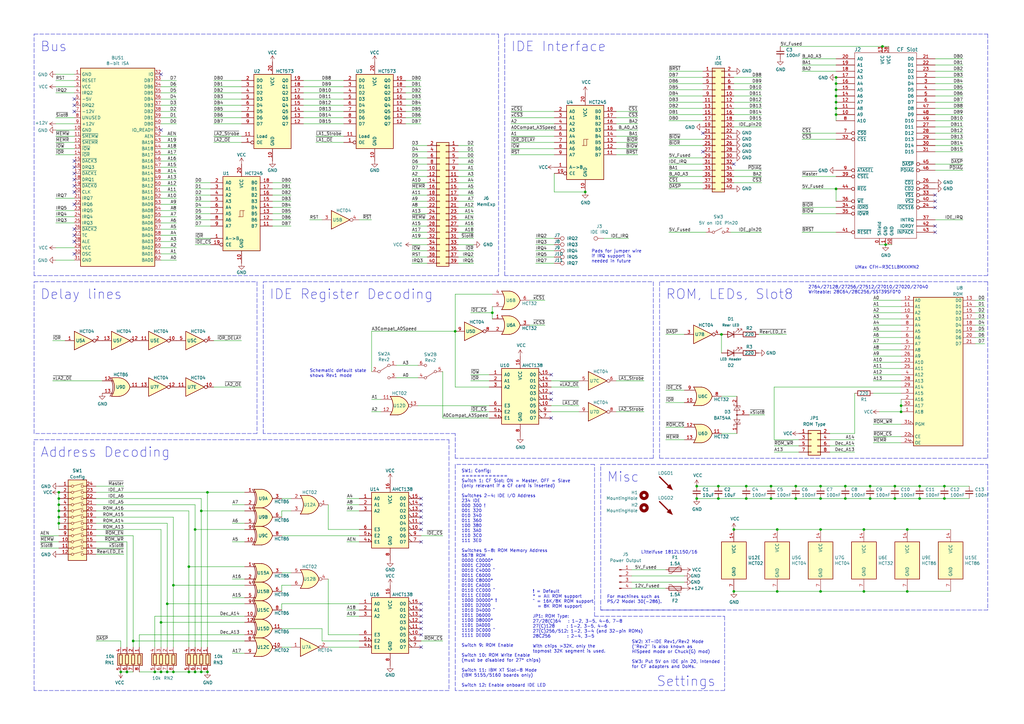
<source format=kicad_sch>
(kicad_sch (version 20211123) (generator eeschema)
  (paper "A3")
  (title_block (title "XT-IDE Deluxe (8-bit ISA Bootable IDE+CF Interface)") (date "2022-09-14") (rev "1.2") (company "Monotech PCs") (comment 1 "Please retain credit and links on the PCB if modifying.") (comment 2 "Uses XT-IDE Universal BIOS: xtideuniversalbios.org") (comment 3 "And Glitchworks' XT-IDE: github.com/glitchwrks/xt_ide") (comment 4 "Based on XT-IDE Rev 2: www.vcfed.org/forum/showthread.php?29202-XTIDE-Rev2"))
  (lib_symbols
    (symbol "74xx:74LS02" (pin_names (offset 1.016))
      (property "Reference" "U" (at 0 1.27 0))
      (property "Value" "74LS02" (at 0 -1.27 0))
      (symbol "74LS02_1_1"
        (pin output inverted (at 7.62 0 180) (length 3.81) (name "~") (number "1"))
        (pin input line (at -7.62 2.54 0) (length 4.318) (name "~") (number "2"))
        (pin input line (at -7.62 -2.54 0) (length 4.318) (name "~") (number "3"))
      )
      (symbol "74LS02_1_2"
        (pin output line (at 7.62 0 180) (length 3.81) (name "~") (number "1"))
        (pin input inverted (at -7.62 2.54 0) (length 3.81) (name "~") (number "2"))
        (pin input inverted (at -7.62 -2.54 0) (length 3.81) (name "~") (number "3"))
      )
      (symbol "74LS02_2_1"
        (pin output inverted (at 7.62 0 180) (length 3.81) (name "~") (number "4"))
        (pin input line (at -7.62 2.54 0) (length 4.318) (name "~") (number "5"))
        (pin input line (at -7.62 -2.54 0) (length 4.318) (name "~") (number "6"))
      )
      (symbol "74LS02_2_2"
        (pin output line (at 7.62 0 180) (length 3.81) (name "~") (number "4"))
        (pin input inverted (at -7.62 2.54 0) (length 3.81) (name "~") (number "5"))
        (pin input inverted (at -7.62 -2.54 0) (length 3.81) (name "~") (number "6"))
      )
      (symbol "74LS02_3_1"
        (pin output inverted (at 7.62 0 180) (length 3.81) (name "~") (number "10"))
        (pin input line (at -7.62 2.54 0) (length 4.318) (name "~") (number "8"))
        (pin input line (at -7.62 -2.54 0) (length 4.318) (name "~") (number "9"))
      )
      (symbol "74LS02_3_2"
        (pin output line (at 7.62 0 180) (length 3.81) (name "~") (number "10"))
        (pin input inverted (at -7.62 2.54 0) (length 3.81) (name "~") (number "8"))
        (pin input inverted (at -7.62 -2.54 0) (length 3.81) (name "~") (number "9"))
      )
      (symbol "74LS02_4_1"
        (pin input line (at -7.62 2.54 0) (length 4.318) (name "~") (number "11"))
        (pin input line (at -7.62 -2.54 0) (length 4.318) (name "~") (number "12"))
        (pin output inverted (at 7.62 0 180) (length 3.81) (name "~") (number "13"))
      )
      (symbol "74LS02_4_2"
        (pin input inverted (at -7.62 2.54 0) (length 3.81) (name "~") (number "11"))
        (pin input inverted (at -7.62 -2.54 0) (length 3.81) (name "~") (number "12"))
        (pin output line (at 7.62 0 180) (length 3.81) (name "~") (number "13"))
      )
      (symbol "74LS02_5_0"
        (pin power_in line (at 0 12.7 270) (length 5.08) (name "VCC") (number "14"))
        (pin power_in line (at 0 -12.7 90) (length 5.08) (name "GND") (number "7"))
      )
    )
    (symbol "74xx:74LS04"
      (property "Reference" "U" (at 0 1.27 0))
      (property "Value" "74LS04" (at 0 -1.27 0))
      (symbol "74LS04_1_0"
        (pin input line (at -7.62 0 0) (length 3.81) (name "~") (number "1"))
        (pin output inverted (at 7.62 0 180) (length 3.81) (name "~") (number "2"))
      )
      (symbol "74LS04_2_0"
        (pin input line (at -7.62 0 0) (length 3.81) (name "~") (number "3"))
        (pin output inverted (at 7.62 0 180) (length 3.81) (name "~") (number "4"))
      )
      (symbol "74LS04_3_0"
        (pin input line (at -7.62 0 0) (length 3.81) (name "~") (number "5"))
        (pin output inverted (at 7.62 0 180) (length 3.81) (name "~") (number "6"))
      )
      (symbol "74LS04_4_0"
        (pin output inverted (at 7.62 0 180) (length 3.81) (name "~") (number "8"))
        (pin input line (at -7.62 0 0) (length 3.81) (name "~") (number "9"))
      )
      (symbol "74LS04_5_0"
        (pin output inverted (at 7.62 0 180) (length 3.81) (name "~") (number "10"))
        (pin input line (at -7.62 0 0) (length 3.81) (name "~") (number "11"))
      )
      (symbol "74LS04_6_0"
        (pin output inverted (at 7.62 0 180) (length 3.81) (name "~") (number "12"))
        (pin input line (at -7.62 0 0) (length 3.81) (name "~") (number "13"))
      )
      (symbol "74LS04_7_0"
        (pin power_in line (at 0 12.7 270) (length 5.08) (name "VCC") (number "14"))
        (pin power_in line (at 0 -12.7 90) (length 5.08) (name "GND") (number "7"))
      )
    )
    (symbol "74xx:74LS138" (pin_names (offset 1.016))
      (property "Reference" "U" (at -7.62 11.43 0))
      (property "Value" "74LS138" (at -7.62 -13.97 0))
      (symbol "74LS138_1_0"
        (pin input line (at -12.7 7.62 0) (length 5.08) (name "A0") (number "1"))
        (pin output output_low (at 12.7 -5.08 180) (length 5.08) (name "O5") (number "10"))
        (pin output output_low (at 12.7 -2.54 180) (length 5.08) (name "O4") (number "11"))
        (pin output output_low (at 12.7 0 180) (length 5.08) (name "O3") (number "12"))
        (pin output output_low (at 12.7 2.54 180) (length 5.08) (name "O2") (number "13"))
        (pin output output_low (at 12.7 5.08 180) (length 5.08) (name "O1") (number "14"))
        (pin output output_low (at 12.7 7.62 180) (length 5.08) (name "O0") (number "15"))
        (pin power_in line (at 0 15.24 270) (length 5.08) (name "VCC") (number "16"))
        (pin input line (at -12.7 5.08 0) (length 5.08) (name "A1") (number "2"))
        (pin input line (at -12.7 2.54 0) (length 5.08) (name "A2") (number "3"))
        (pin input input_low (at -12.7 -10.16 0) (length 5.08) (name "E1") (number "4"))
        (pin input input_low (at -12.7 -7.62 0) (length 5.08) (name "E2") (number "5"))
        (pin input line (at -12.7 -5.08 0) (length 5.08) (name "E3") (number "6"))
        (pin output output_low (at 12.7 -10.16 180) (length 5.08) (name "O7") (number "7"))
        (pin power_in line (at 0 -17.78 90) (length 5.08) (name "GND") (number "8"))
        (pin output output_low (at 12.7 -7.62 180) (length 5.08) (name "O6") (number "9"))
      )
    )
    (symbol "74xx:74LS245" (pin_names (offset 1.016))
      (property "Reference" "U" (at -7.62 16.51 0))
      (property "Value" "74LS245" (at -7.62 -16.51 0))
      (symbol "74LS245_1_0"
        (pin input line (at -12.7 -10.16 0) (length 5.08) (name "A->B") (number "1"))
        (pin power_in line (at 0 -20.32 90) (length 5.08) (name "GND") (number "10"))
        (pin tri_state line (at 12.7 -5.08 180) (length 5.08) (name "B7") (number "11"))
        (pin tri_state line (at 12.7 -2.54 180) (length 5.08) (name "B6") (number "12"))
        (pin tri_state line (at 12.7 0 180) (length 5.08) (name "B5") (number "13"))
        (pin tri_state line (at 12.7 2.54 180) (length 5.08) (name "B4") (number "14"))
        (pin tri_state line (at 12.7 5.08 180) (length 5.08) (name "B3") (number "15"))
        (pin tri_state line (at 12.7 7.62 180) (length 5.08) (name "B2") (number "16"))
        (pin tri_state line (at 12.7 10.16 180) (length 5.08) (name "B1") (number "17"))
        (pin tri_state line (at 12.7 12.7 180) (length 5.08) (name "B0") (number "18"))
        (pin input inverted (at -12.7 -12.7 0) (length 5.08) (name "CE") (number "19"))
        (pin tri_state line (at -12.7 12.7 0) (length 5.08) (name "A0") (number "2"))
        (pin power_in line (at 0 20.32 270) (length 5.08) (name "VCC") (number "20"))
        (pin tri_state line (at -12.7 10.16 0) (length 5.08) (name "A1") (number "3"))
        (pin tri_state line (at -12.7 7.62 0) (length 5.08) (name "A2") (number "4"))
        (pin tri_state line (at -12.7 5.08 0) (length 5.08) (name "A3") (number "5"))
        (pin tri_state line (at -12.7 2.54 0) (length 5.08) (name "A4") (number "6"))
        (pin tri_state line (at -12.7 0 0) (length 5.08) (name "A5") (number "7"))
        (pin tri_state line (at -12.7 -2.54 0) (length 5.08) (name "A6") (number "8"))
        (pin tri_state line (at -12.7 -5.08 0) (length 5.08) (name "A7") (number "9"))
      )
    )
    (symbol "74xx:74LS32" (pin_names (offset 1.016))
      (property "Reference" "U" (at 0 1.27 0))
      (property "Value" "74LS32" (at 0 -1.27 0))
      (symbol "74LS32_1_1"
        (pin input line (at -7.62 2.54 0) (length 4.318) (name "~") (number "1"))
        (pin input line (at -7.62 -2.54 0) (length 4.318) (name "~") (number "2"))
        (pin output line (at 7.62 0 180) (length 3.81) (name "~") (number "3"))
      )
      (symbol "74LS32_1_2"
        (pin input inverted (at -7.62 2.54 0) (length 3.81) (name "~") (number "1"))
        (pin input inverted (at -7.62 -2.54 0) (length 3.81) (name "~") (number "2"))
        (pin output inverted (at 7.62 0 180) (length 3.81) (name "~") (number "3"))
      )
      (symbol "74LS32_2_1"
        (pin input line (at -7.62 2.54 0) (length 4.318) (name "~") (number "4"))
        (pin input line (at -7.62 -2.54 0) (length 4.318) (name "~") (number "5"))
        (pin output line (at 7.62 0 180) (length 3.81) (name "~") (number "6"))
      )
      (symbol "74LS32_2_2"
        (pin input inverted (at -7.62 2.54 0) (length 3.81) (name "~") (number "4"))
        (pin input inverted (at -7.62 -2.54 0) (length 3.81) (name "~") (number "5"))
        (pin output inverted (at 7.62 0 180) (length 3.81) (name "~") (number "6"))
      )
      (symbol "74LS32_3_1"
        (pin input line (at -7.62 -2.54 0) (length 4.318) (name "~") (number "10"))
        (pin output line (at 7.62 0 180) (length 3.81) (name "~") (number "8"))
        (pin input line (at -7.62 2.54 0) (length 4.318) (name "~") (number "9"))
      )
      (symbol "74LS32_3_2"
        (pin input inverted (at -7.62 -2.54 0) (length 3.81) (name "~") (number "10"))
        (pin output inverted (at 7.62 0 180) (length 3.81) (name "~") (number "8"))
        (pin input inverted (at -7.62 2.54 0) (length 3.81) (name "~") (number "9"))
      )
      (symbol "74LS32_4_1"
        (pin output line (at 7.62 0 180) (length 3.81) (name "~") (number "11"))
        (pin input line (at -7.62 2.54 0) (length 4.318) (name "~") (number "12"))
        (pin input line (at -7.62 -2.54 0) (length 4.318) (name "~") (number "13"))
      )
      (symbol "74LS32_4_2"
        (pin output inverted (at 7.62 0 180) (length 3.81) (name "~") (number "11"))
        (pin input inverted (at -7.62 2.54 0) (length 3.81) (name "~") (number "12"))
        (pin input inverted (at -7.62 -2.54 0) (length 3.81) (name "~") (number "13"))
      )
      (symbol "74LS32_5_0"
        (pin power_in line (at 0 12.7 270) (length 5.08) (name "VCC") (number "14"))
        (pin power_in line (at 0 -12.7 90) (length 5.08) (name "GND") (number "7"))
      )
    )
    (symbol "74xx:74LS573" (pin_names (offset 1.016))
      (property "Reference" "U" (at -7.62 16.51 0))
      (property "Value" "74LS573" (at -7.62 -16.51 0))
      (symbol "74LS573_1_0"
        (pin input inverted (at -12.7 -12.7 0) (length 5.08) (name "OE") (number "1"))
        (pin power_in line (at 0 -20.32 90) (length 5.08) (name "GND") (number "10"))
        (pin input line (at -12.7 -10.16 0) (length 5.08) (name "Load") (number "11"))
        (pin tri_state line (at 12.7 -5.08 180) (length 5.08) (name "Q7") (number "12"))
        (pin tri_state line (at 12.7 -2.54 180) (length 5.08) (name "Q6") (number "13"))
        (pin tri_state line (at 12.7 0 180) (length 5.08) (name "Q5") (number "14"))
        (pin tri_state line (at 12.7 2.54 180) (length 5.08) (name "Q4") (number "15"))
        (pin tri_state line (at 12.7 5.08 180) (length 5.08) (name "Q3") (number "16"))
        (pin tri_state line (at 12.7 7.62 180) (length 5.08) (name "Q2") (number "17"))
        (pin tri_state line (at 12.7 10.16 180) (length 5.08) (name "Q1") (number "18"))
        (pin tri_state line (at 12.7 12.7 180) (length 5.08) (name "Q0") (number "19"))
        (pin input line (at -12.7 12.7 0) (length 5.08) (name "D0") (number "2"))
        (pin power_in line (at 0 20.32 270) (length 5.08) (name "VCC") (number "20"))
        (pin input line (at -12.7 10.16 0) (length 5.08) (name "D1") (number "3"))
        (pin input line (at -12.7 7.62 0) (length 5.08) (name "D2") (number "4"))
        (pin input line (at -12.7 5.08 0) (length 5.08) (name "D3") (number "5"))
        (pin input line (at -12.7 2.54 0) (length 5.08) (name "D4") (number "6"))
        (pin input line (at -12.7 0 0) (length 5.08) (name "D5") (number "7"))
        (pin input line (at -12.7 -2.54 0) (length 5.08) (name "D6") (number "8"))
        (pin input line (at -12.7 -5.08 0) (length 5.08) (name "D7") (number "9"))
      )
    )
    (symbol "74xx:74LS86" (pin_names (offset 1.016))
      (property "Reference" "U" (at 0 1.27 0))
      (property "Value" "74LS86" (at 0 -1.27 0))
      (symbol "74LS86_1_0"
        (pin input line (at -7.62 2.54 0) (length 4.445) (name "~") (number "1"))
        (pin input line (at -7.62 -2.54 0) (length 4.445) (name "~") (number "2"))
        (pin output line (at 7.62 0 180) (length 3.81) (name "~") (number "3"))
      )
      (symbol "74LS86_2_0"
        (pin input line (at -7.62 2.54 0) (length 4.445) (name "~") (number "4"))
        (pin input line (at -7.62 -2.54 0) (length 4.445) (name "~") (number "5"))
        (pin output line (at 7.62 0 180) (length 3.81) (name "~") (number "6"))
      )
      (symbol "74LS86_3_0"
        (pin input line (at -7.62 -2.54 0) (length 4.445) (name "~") (number "10"))
        (pin output line (at 7.62 0 180) (length 3.81) (name "~") (number "8"))
        (pin input line (at -7.62 2.54 0) (length 4.445) (name "~") (number "9"))
      )
      (symbol "74LS86_4_0"
        (pin output line (at 7.62 0 180) (length 3.81) (name "~") (number "11"))
        (pin input line (at -7.62 2.54 0) (length 4.445) (name "~") (number "12"))
        (pin input line (at -7.62 -2.54 0) (length 4.445) (name "~") (number "13"))
      )
      (symbol "74LS86_5_0"
        (pin power_in line (at 0 12.7 270) (length 5.08) (name "VCC") (number "14"))
        (pin power_in line (at 0 -12.7 90) (length 5.08) (name "GND") (number "7"))
      )
    )
    (symbol "Connector:Bus_ISA_8bit"
      (property "Reference" "J" (at 0 42.545 0))
      (property "Value" "Bus_ISA_8bit" (at 0 -42.545 0))
      (symbol "Bus_ISA_8bit_1_1"
        (pin power_in line (at -17.78 38.1 0) (length 2.54) (name "GND") (number "1"))
        (pin power_in line (at -17.78 15.24 0) (length 2.54) (name "GND") (number "10"))
        (pin output line (at -17.78 12.7 0) (length 2.54) (name "~{SMEMW}") (number "11"))
        (pin output line (at -17.78 10.16 0) (length 2.54) (name "~{SMEMR}") (number "12"))
        (pin output line (at -17.78 7.62 0) (length 2.54) (name "~{IOW}") (number "13"))
        (pin output line (at -17.78 5.08 0) (length 2.54) (name "~{IOR}") (number "14"))
        (pin passive line (at -17.78 2.54 0) (length 2.54) (name "~{DACK3}") (number "15"))
        (pin passive line (at -17.78 0 0) (length 2.54) (name "DRQ3") (number "16"))
        (pin passive line (at -17.78 -2.54 0) (length 2.54) (name "~{DACK1}") (number "17"))
        (pin passive line (at -17.78 -5.08 0) (length 2.54) (name "DRQ1") (number "18"))
        (pin passive line (at -17.78 -7.62 0) (length 2.54) (name "~{DACK0}") (number "19"))
        (pin output line (at -17.78 35.56 0) (length 2.54) (name "RESET") (number "2"))
        (pin output line (at -17.78 -10.16 0) (length 2.54) (name "CLK") (number "20"))
        (pin passive line (at -17.78 -12.7 0) (length 2.54) (name "IRQ7") (number "21"))
        (pin passive line (at -17.78 -15.24 0) (length 2.54) (name "IRQ6") (number "22"))
        (pin passive line (at -17.78 -17.78 0) (length 2.54) (name "IRQ5") (number "23"))
        (pin passive line (at -17.78 -20.32 0) (length 2.54) (name "IRQ4") (number "24"))
        (pin passive line (at -17.78 -22.86 0) (length 2.54) (name "IRQ3") (number "25"))
        (pin passive line (at -17.78 -25.4 0) (length 2.54) (name "~{DACK2}") (number "26"))
        (pin passive line (at -17.78 -27.94 0) (length 2.54) (name "TC") (number "27"))
        (pin output line (at -17.78 -30.48 0) (length 2.54) (name "ALE") (number "28"))
        (pin power_in line (at -17.78 -33.02 0) (length 2.54) (name "VCC") (number "29"))
        (pin power_in line (at -17.78 33.02 0) (length 2.54) (name "VCC") (number "3"))
        (pin output line (at -17.78 -35.56 0) (length 2.54) (name "OSC") (number "30"))
        (pin power_in line (at -17.78 -38.1 0) (length 2.54) (name "GND") (number "31"))
        (pin passive line (at 17.78 38.1 180) (length 2.54) (name "IO") (number "32"))
        (pin tri_state line (at 17.78 35.56 180) (length 2.54) (name "DB7") (number "33"))
        (pin tri_state line (at 17.78 33.02 180) (length 2.54) (name "DB6") (number "34"))
        (pin tri_state line (at 17.78 30.48 180) (length 2.54) (name "DB5") (number "35"))
        (pin tri_state line (at 17.78 27.94 180) (length 2.54) (name "DB4") (number "36"))
        (pin tri_state line (at 17.78 25.4 180) (length 2.54) (name "DB3") (number "37"))
        (pin tri_state line (at 17.78 22.86 180) (length 2.54) (name "DB2") (number "38"))
        (pin tri_state line (at 17.78 20.32 180) (length 2.54) (name "DB1") (number "39"))
        (pin passive line (at -17.78 30.48 0) (length 2.54) (name "IRQ2") (number "4"))
        (pin tri_state line (at 17.78 17.78 180) (length 2.54) (name "DB0") (number "40"))
        (pin passive line (at 17.78 15.24 180) (length 2.54) (name "IO_READY") (number "41"))
        (pin output line (at 17.78 12.7 180) (length 2.54) (name "AEN") (number "42"))
        (pin tri_state line (at 17.78 10.16 180) (length 2.54) (name "BA19") (number "43"))
        (pin tri_state line (at 17.78 7.62 180) (length 2.54) (name "BA18") (number "44"))
        (pin tri_state line (at 17.78 5.08 180) (length 2.54) (name "BA17") (number "45"))
        (pin tri_state line (at 17.78 2.54 180) (length 2.54) (name "BA16") (number "46"))
        (pin tri_state line (at 17.78 0 180) (length 2.54) (name "BA15") (number "47"))
        (pin tri_state line (at 17.78 -2.54 180) (length 2.54) (name "BA14") (number "48"))
        (pin tri_state line (at 17.78 -5.08 180) (length 2.54) (name "BA13") (number "49"))
        (pin power_in line (at -17.78 27.94 0) (length 2.54) (name "-5V") (number "5"))
        (pin tri_state line (at 17.78 -7.62 180) (length 2.54) (name "BA12") (number "50"))
        (pin tri_state line (at 17.78 -10.16 180) (length 2.54) (name "BA11") (number "51"))
        (pin tri_state line (at 17.78 -12.7 180) (length 2.54) (name "BA10") (number "52"))
        (pin tri_state line (at 17.78 -15.24 180) (length 2.54) (name "BA09") (number "53"))
        (pin tri_state line (at 17.78 -17.78 180) (length 2.54) (name "BA08") (number "54"))
        (pin tri_state line (at 17.78 -20.32 180) (length 2.54) (name "BA07") (number "55"))
        (pin tri_state line (at 17.78 -22.86 180) (length 2.54) (name "BA06") (number "56"))
        (pin tri_state line (at 17.78 -25.4 180) (length 2.54) (name "BA05") (number "57"))
        (pin tri_state line (at 17.78 -27.94 180) (length 2.54) (name "BA04") (number "58"))
        (pin tri_state line (at 17.78 -30.48 180) (length 2.54) (name "BA03") (number "59"))
        (pin passive line (at -17.78 25.4 0) (length 2.54) (name "DRQ2") (number "6"))
        (pin tri_state line (at 17.78 -33.02 180) (length 2.54) (name "BA02") (number "60"))
        (pin tri_state line (at 17.78 -35.56 180) (length 2.54) (name "BA01") (number "61"))
        (pin tri_state line (at 17.78 -38.1 180) (length 2.54) (name "BA00") (number "62"))
        (pin power_in line (at -17.78 22.86 0) (length 2.54) (name "-12V") (number "7"))
        (pin passive line (at -17.78 20.32 0) (length 2.54) (name "UNUSED") (number "8"))
        (pin power_in line (at -17.78 17.78 0) (length 2.54) (name "+12V") (number "9"))
      )
    )
    (symbol "Connector:Conn_01x04_Male" (pin_names (offset 1.016) hide)
      (property "Reference" "J" (at 0 5.08 0))
      (property "Value" "Conn_01x04_Male" (at 0 -7.62 0))
      (symbol "Conn_01x04_Male_1_1"
        (pin passive line (at 5.08 2.54 180) (length 3.81) (name "Pin_1") (number "1"))
        (pin passive line (at 5.08 0 180) (length 3.81) (name "Pin_2") (number "2"))
        (pin passive line (at 5.08 -2.54 180) (length 3.81) (name "Pin_3") (number "3"))
        (pin passive line (at 5.08 -5.08 180) (length 3.81) (name "Pin_4") (number "4"))
      )
    )
    (symbol "Connector:TestPoint" (pin_numbers hide) (pin_names (offset 0.762) hide)
      (property "Reference" "TP" (at 0 6.858 0))
      (property "Value" "TestPoint" (at 0 5.08 0))
      (symbol "TestPoint_1_1"
        (pin passive line (at 0 0 90) (length 2.54) (name "1") (number "1"))
      )
    )
    (symbol "Connector_Generic:Conn_02x04_Odd_Even" (pin_names (offset 1.016) hide)
      (property "Reference" "J" (at 1.27 5.08 0))
      (property "Value" "Conn_02x04_Odd_Even" (at 1.27 -7.62 0))
      (symbol "Conn_02x04_Odd_Even_1_1"
        (pin passive line (at -5.08 2.54 0) (length 3.81) (name "Pin_1") (number "1"))
        (pin passive line (at 7.62 2.54 180) (length 3.81) (name "Pin_2") (number "2"))
        (pin passive line (at -5.08 0 0) (length 3.81) (name "Pin_3") (number "3"))
        (pin passive line (at 7.62 0 180) (length 3.81) (name "Pin_4") (number "4"))
        (pin passive line (at -5.08 -2.54 0) (length 3.81) (name "Pin_5") (number "5"))
        (pin passive line (at 7.62 -2.54 180) (length 3.81) (name "Pin_6") (number "6"))
        (pin passive line (at -5.08 -5.08 0) (length 3.81) (name "Pin_7") (number "7"))
        (pin passive line (at 7.62 -5.08 180) (length 3.81) (name "Pin_8") (number "8"))
      )
    )
    (symbol "Connector_Generic:Conn_02x20_Odd_Even" (pin_names (offset 1.016) hide)
      (property "Reference" "J" (at 1.27 25.4 0))
      (property "Value" "Conn_02x20_Odd_Even" (at 1.27 -27.94 0))
      (symbol "Conn_02x20_Odd_Even_1_1"
        (pin passive line (at -5.08 22.86 0) (length 3.81) (name "Pin_1") (number "1"))
        (pin passive line (at 7.62 12.7 180) (length 3.81) (name "Pin_10") (number "10"))
        (pin passive line (at -5.08 10.16 0) (length 3.81) (name "Pin_11") (number "11"))
        (pin passive line (at 7.62 10.16 180) (length 3.81) (name "Pin_12") (number "12"))
        (pin passive line (at -5.08 7.62 0) (length 3.81) (name "Pin_13") (number "13"))
        (pin passive line (at 7.62 7.62 180) (length 3.81) (name "Pin_14") (number "14"))
        (pin passive line (at -5.08 5.08 0) (length 3.81) (name "Pin_15") (number "15"))
        (pin passive line (at 7.62 5.08 180) (length 3.81) (name "Pin_16") (number "16"))
        (pin passive line (at -5.08 2.54 0) (length 3.81) (name "Pin_17") (number "17"))
        (pin passive line (at 7.62 2.54 180) (length 3.81) (name "Pin_18") (number "18"))
        (pin passive line (at -5.08 0 0) (length 3.81) (name "Pin_19") (number "19"))
        (pin passive line (at 7.62 22.86 180) (length 3.81) (name "Pin_2") (number "2"))
        (pin passive line (at 7.62 0 180) (length 3.81) (name "Pin_20") (number "20"))
        (pin passive line (at -5.08 -2.54 0) (length 3.81) (name "Pin_21") (number "21"))
        (pin passive line (at 7.62 -2.54 180) (length 3.81) (name "Pin_22") (number "22"))
        (pin passive line (at -5.08 -5.08 0) (length 3.81) (name "Pin_23") (number "23"))
        (pin passive line (at 7.62 -5.08 180) (length 3.81) (name "Pin_24") (number "24"))
        (pin passive line (at -5.08 -7.62 0) (length 3.81) (name "Pin_25") (number "25"))
        (pin passive line (at 7.62 -7.62 180) (length 3.81) (name "Pin_26") (number "26"))
        (pin passive line (at -5.08 -10.16 0) (length 3.81) (name "Pin_27") (number "27"))
        (pin passive line (at 7.62 -10.16 180) (length 3.81) (name "Pin_28") (number "28"))
        (pin passive line (at -5.08 -12.7 0) (length 3.81) (name "Pin_29") (number "29"))
        (pin passive line (at -5.08 20.32 0) (length 3.81) (name "Pin_3") (number "3"))
        (pin passive line (at 7.62 -12.7 180) (length 3.81) (name "Pin_30") (number "30"))
        (pin passive line (at -5.08 -15.24 0) (length 3.81) (name "Pin_31") (number "31"))
        (pin passive line (at 7.62 -15.24 180) (length 3.81) (name "Pin_32") (number "32"))
        (pin passive line (at -5.08 -17.78 0) (length 3.81) (name "Pin_33") (number "33"))
        (pin passive line (at 7.62 -17.78 180) (length 3.81) (name "Pin_34") (number "34"))
        (pin passive line (at -5.08 -20.32 0) (length 3.81) (name "Pin_35") (number "35"))
        (pin passive line (at 7.62 -20.32 180) (length 3.81) (name "Pin_36") (number "36"))
        (pin passive line (at -5.08 -22.86 0) (length 3.81) (name "Pin_37") (number "37"))
        (pin passive line (at 7.62 -22.86 180) (length 3.81) (name "Pin_38") (number "38"))
        (pin passive line (at -5.08 -25.4 0) (length 3.81) (name "Pin_39") (number "39"))
        (pin passive line (at 7.62 20.32 180) (length 3.81) (name "Pin_4") (number "4"))
        (pin passive line (at 7.62 -25.4 180) (length 3.81) (name "Pin_40") (number "40"))
        (pin passive line (at -5.08 17.78 0) (length 3.81) (name "Pin_5") (number "5"))
        (pin passive line (at 7.62 17.78 180) (length 3.81) (name "Pin_6") (number "6"))
        (pin passive line (at -5.08 15.24 0) (length 3.81) (name "Pin_7") (number "7"))
        (pin passive line (at 7.62 15.24 180) (length 3.81) (name "Pin_8") (number "8"))
        (pin passive line (at -5.08 12.7 0) (length 3.81) (name "Pin_9") (number "9"))
      )
    )
    (symbol "Device:C_Small" (pin_numbers hide) (pin_names (offset 0.254) hide)
      (property "Reference" "C" (at 0.254 1.778 0))
      (property "Value" "C_Small" (at 0.254 -2.032 0))
      (symbol "C_Small_1_1"
        (pin passive line (at 0 2.54 270) (length 2.032) (name "~") (number "1"))
        (pin passive line (at 0 -2.54 90) (length 2.032) (name "~") (number "2"))
      )
    )
    (symbol "Device:LED" (pin_numbers hide) (pin_names (offset 1.016) hide)
      (property "Reference" "D" (at 0 2.54 0))
      (property "Value" "LED" (at 0 -2.54 0))
      (symbol "LED_1_1"
        (pin passive line (at -3.81 0 0) (length 2.54) (name "K") (number "1"))
        (pin passive line (at 3.81 0 180) (length 2.54) (name "A") (number "2"))
      )
    )
    (symbol "Device:Polyfuse" (pin_numbers hide) (pin_names (offset 0))
      (property "Reference" "F" (at -2.54 0 90))
      (property "Value" "Polyfuse" (at 2.54 0 90))
      (symbol "Polyfuse_1_1"
        (pin passive line (at 0 3.81 270) (length 1.27) (name "~") (number "1"))
        (pin passive line (at 0 -3.81 90) (length 1.27) (name "~") (number "2"))
      )
    )
    (symbol "Device:R" (pin_numbers hide) (pin_names (offset 0))
      (property "Reference" "R" (at 2.032 0 90))
      (property "Value" "R" (at 0 0 90))
      (symbol "R_1_1"
        (pin passive line (at 0 3.81 270) (length 1.27) (name "~") (number "1"))
        (pin passive line (at 0 -3.81 90) (length 1.27) (name "~") (number "2"))
      )
    )
    (symbol "Device:R_Pack04" (pin_names (offset 0) hide)
      (property "Reference" "RN" (at -7.62 0 90))
      (property "Value" "R_Pack04" (at 5.08 0 90))
      (symbol "R_Pack04_1_1"
        (pin passive line (at -5.08 -5.08 90) (length 2.54) (name "R1.1") (number "1"))
        (pin passive line (at -2.54 -5.08 90) (length 2.54) (name "R2.1") (number "2"))
        (pin passive line (at 0 -5.08 90) (length 2.54) (name "R3.1") (number "3"))
        (pin passive line (at 2.54 -5.08 90) (length 2.54) (name "R4.1") (number "4"))
        (pin passive line (at 2.54 5.08 270) (length 2.54) (name "R4.2") (number "5"))
        (pin passive line (at 0 5.08 270) (length 2.54) (name "R3.2") (number "6"))
        (pin passive line (at -2.54 5.08 270) (length 2.54) (name "R2.2") (number "7"))
        (pin passive line (at -5.08 5.08 270) (length 2.54) (name "R1.2") (number "8"))
      )
    )
    (symbol "Diode:BAT54A" (pin_names (offset 1.016))
      (property "Reference" "D" (at 0.635 -3.81 0))
      (property "Value" "BAT54A" (at -6.35 3.175 0))
      (symbol "BAT54A_1_1"
        (pin passive line (at -7.62 0 0) (length 3.81) (name "~") (number "1"))
        (pin passive line (at 7.62 0 180) (length 3.81) (name "~") (number "2"))
        (pin passive line (at 0 -5.08 90) (length 5.08) (name "~") (number "3"))
      )
    )
    (symbol "Graphic:SYM_Arrow45_Large" (pin_names (offset 1.016)))
    (symbol "Mechanical:MountingHole" (pin_names (offset 1.016))
      (property "Reference" "H" (at 0 5.08 0))
      (property "Value" "MountingHole" (at 0 3.175 0))
    )
    (symbol "Memory_Flash:SST39SF040"
      (property "Reference" "U" (at 2.54 33.02 0))
      (property "Value" "SST39SF040" (at 0 -30.48 0))
      (symbol "SST39SF040_0_0"
        (pin power_in line (at 0 -30.48 90) (length 1.27) hide (name "GND") (number "16"))
        (pin power_in line (at 0 33.02 270) (length 1.27) hide (name "VCC") (number "32"))
      )
      (symbol "SST39SF040_1_1"
        (pin input line (at -15.24 -15.24 0) (length 5.08) (name "A18") (number "1"))
        (pin input line (at -15.24 25.4 0) (length 5.08) (name "A2") (number "10"))
        (pin input line (at -15.24 27.94 0) (length 5.08) (name "A1") (number "11"))
        (pin input line (at -15.24 30.48 0) (length 5.08) (name "A0") (number "12"))
        (pin tri_state line (at 15.24 30.48 180) (length 5.08) (name "D0") (number "13"))
        (pin tri_state line (at 15.24 27.94 180) (length 5.08) (name "D1") (number "14"))
        (pin tri_state line (at 15.24 25.4 180) (length 5.08) (name "D2") (number "15"))
        (pin tri_state line (at 15.24 22.86 180) (length 5.08) (name "D3") (number "17"))
        (pin tri_state line (at 15.24 20.32 180) (length 5.08) (name "D4") (number "18"))
        (pin tri_state line (at 15.24 17.78 180) (length 5.08) (name "D5") (number "19"))
        (pin input line (at -15.24 -10.16 0) (length 5.08) (name "A16") (number "2"))
        (pin tri_state line (at 15.24 15.24 180) (length 5.08) (name "D6") (number "20"))
        (pin tri_state line (at 15.24 12.7 180) (length 5.08) (name "D7") (number "21"))
        (pin input input_low (at -15.24 -25.4 0) (length 5.08) (name "CE") (number "22"))
        (pin input line (at -15.24 5.08 0) (length 5.08) (name "A10") (number "23"))
        (pin input input_low (at -15.24 -27.94 0) (length 5.08) (name "OE") (number "24"))
        (pin input line (at -15.24 2.54 0) (length 5.08) (name "A11") (number "25"))
        (pin input line (at -15.24 7.62 0) (length 5.08) (name "A9") (number "26"))
        (pin input line (at -15.24 10.16 0) (length 5.08) (name "A8") (number "27"))
        (pin input line (at -15.24 -2.54 0) (length 5.08) (name "A13") (number "28"))
        (pin input line (at -15.24 -5.08 0) (length 5.08) (name "A14") (number "29"))
        (pin input line (at -15.24 -7.62 0) (length 5.08) (name "A15") (number "3"))
        (pin input line (at -15.24 -12.7 0) (length 5.08) (name "A17") (number "30"))
        (pin input input_low (at -15.24 -20.32 0) (length 5.08) (name "PGM") (number "31"))
        (pin input line (at -15.24 0 0) (length 5.08) (name "A12") (number "4"))
        (pin input line (at -15.24 12.7 0) (length 5.08) (name "A7") (number "5"))
        (pin input line (at -15.24 15.24 0) (length 5.08) (name "A6") (number "6"))
        (pin input line (at -15.24 17.78 0) (length 5.08) (name "A5") (number "7"))
        (pin input line (at -15.24 20.32 0) (length 5.08) (name "A4") (number "8"))
        (pin input line (at -15.24 22.86 0) (length 5.08) (name "A3") (number "9"))
      )
    )
    (symbol "Switch:SW_DIP_x12" (pin_names (offset 0) hide)
      (property "Reference" "SW" (at 0 19.05 0))
      (property "Value" "SW_DIP_x12" (at 0 -16.51 0))
      (symbol "SW_DIP_x12_1_1"
        (pin passive line (at -7.62 15.24 0) (length 5.08) (name "~") (number "1"))
        (pin passive line (at -7.62 -7.62 0) (length 5.08) (name "~") (number "10"))
        (pin passive line (at -7.62 -10.16 0) (length 5.08) (name "~") (number "11"))
        (pin passive line (at -7.62 -12.7 0) (length 5.08) (name "~") (number "12"))
        (pin passive line (at 7.62 -12.7 180) (length 5.08) (name "~") (number "13"))
        (pin passive line (at 7.62 -10.16 180) (length 5.08) (name "~") (number "14"))
        (pin passive line (at 7.62 -7.62 180) (length 5.08) (name "~") (number "15"))
        (pin passive line (at 7.62 -5.08 180) (length 5.08) (name "~") (number "16"))
        (pin passive line (at 7.62 -2.54 180) (length 5.08) (name "~") (number "17"))
        (pin passive line (at 7.62 0 180) (length 5.08) (name "~") (number "18"))
        (pin passive line (at 7.62 2.54 180) (length 5.08) (name "~") (number "19"))
        (pin passive line (at -7.62 12.7 0) (length 5.08) (name "~") (number "2"))
        (pin passive line (at 7.62 5.08 180) (length 5.08) (name "~") (number "20"))
        (pin passive line (at 7.62 7.62 180) (length 5.08) (name "~") (number "21"))
        (pin passive line (at 7.62 10.16 180) (length 5.08) (name "~") (number "22"))
        (pin passive line (at 7.62 12.7 180) (length 5.08) (name "~") (number "23"))
        (pin passive line (at 7.62 15.24 180) (length 5.08) (name "~") (number "24"))
        (pin passive line (at -7.62 10.16 0) (length 5.08) (name "~") (number "3"))
        (pin passive line (at -7.62 7.62 0) (length 5.08) (name "~") (number "4"))
        (pin passive line (at -7.62 5.08 0) (length 5.08) (name "~") (number "5"))
        (pin passive line (at -7.62 2.54 0) (length 5.08) (name "~") (number "6"))
        (pin passive line (at -7.62 0 0) (length 5.08) (name "~") (number "7"))
        (pin passive line (at -7.62 -2.54 0) (length 5.08) (name "~") (number "8"))
        (pin passive line (at -7.62 -5.08 0) (length 5.08) (name "~") (number "9"))
      )
    )
    (symbol "Switch:SW_DPDT_x2" (pin_names (offset 0) hide)
      (property "Reference" "SW" (at 0 4.318 0))
      (property "Value" "SW_DPDT_x2" (at 0 -5.08 0))
      (symbol "SW_DPDT_x2_1_1"
        (pin passive line (at 5.08 2.54 180) (length 2.54) (name "A") (number "1"))
        (pin passive line (at -5.08 0 0) (length 2.54) (name "B") (number "2"))
        (pin passive line (at 5.08 -2.54 180) (length 2.54) (name "C") (number "3"))
      )
      (symbol "SW_DPDT_x2_2_1"
        (pin passive line (at 5.08 2.54 180) (length 2.54) (name "A") (number "4"))
        (pin passive line (at -5.08 0 0) (length 2.54) (name "B") (number "5"))
        (pin passive line (at 5.08 -2.54 180) (length 2.54) (name "C") (number "6"))
      )
    )
    (symbol "Switch:SW_SPST" (pin_names (offset 0) hide)
      (property "Reference" "SW" (at 0 3.175 0))
      (property "Value" "SW_SPST" (at 0 -2.54 0))
      (symbol "SW_SPST_1_1"
        (pin passive line (at -5.08 0 0) (length 2.54) (name "A") (number "1"))
        (pin passive line (at 5.08 0 180) (length 2.54) (name "B") (number "2"))
      )
    )
    (symbol "compactflash_connector:CF Slot" (pin_names (offset 1.016))
      (property "Reference" "P" (at 0 1.27 0))
      (property "Value" "CF Slot" (at 0 -1.27 0))
      (symbol "CF Slot_1_1"
        (pin passive line (at -2.54 -40.64 90) (length 2.54) (name "Shield") (number "0"))
        (pin power_in line (at 0 -40.64 90) (length 2.54) (name "GND") (number "1"))
        (pin input line (at -20.32 12.7 0) (length 7.62) (name "A9") (number "10"))
        (pin input line (at -20.32 15.24 0) (length 7.62) (name "A8") (number "11"))
        (pin input line (at -20.32 17.78 0) (length 7.62) (name "A7") (number "12"))
        (pin power_in line (at -1.27 40.64 270) (length 2.54) (name "VCC") (number "13"))
        (pin input line (at -20.32 20.32 0) (length 7.62) (name "A6") (number "14"))
        (pin input line (at -20.32 22.86 0) (length 7.62) (name "A5") (number "15"))
        (pin input line (at -20.32 25.4 0) (length 7.62) (name "A4") (number "16"))
        (pin input line (at -20.32 27.94 0) (length 7.62) (name "A3") (number "17"))
        (pin input line (at -20.32 30.48 0) (length 7.62) (name "A2") (number "18"))
        (pin input line (at -20.32 33.02 0) (length 7.62) (name "A1") (number "19"))
        (pin tri_state line (at 20.32 27.94 180) (length 7.62) (name "D3") (number "2"))
        (pin input line (at -20.32 35.56 0) (length 7.62) (name "A0") (number "20"))
        (pin tri_state line (at 20.32 35.56 180) (length 7.62) (name "D0") (number "21"))
        (pin tri_state line (at 20.32 33.02 180) (length 7.62) (name "D1") (number "22"))
        (pin tri_state line (at 20.32 30.48 180) (length 7.62) (name "D2") (number "23"))
        (pin output inverted (at 20.32 -25.4 180) (length 7.62) (name "~{IOCS16}") (number "24"))
        (pin output inverted (at 20.32 -17.78 180) (length 7.62) (name "~{CD2}") (number "25"))
        (pin output inverted (at 20.32 -15.24 180) (length 7.62) (name "~{CD1}") (number "26"))
        (pin tri_state line (at 20.32 7.62 180) (length 7.62) (name "D11") (number "27"))
        (pin tri_state line (at 20.32 5.08 180) (length 7.62) (name "D12") (number "28"))
        (pin tri_state line (at 20.32 2.54 180) (length 7.62) (name "D13") (number "29"))
        (pin tri_state line (at 20.32 25.4 180) (length 7.62) (name "D4") (number "3"))
        (pin tri_state line (at 20.32 0 180) (length 7.62) (name "D14") (number "30"))
        (pin tri_state line (at 20.32 -2.54 180) (length 7.62) (name "D15") (number "31"))
        (pin input inverted (at -20.32 2.54 0) (length 7.62) (name "~{CS1}") (number "32"))
        (pin output inverted (at 20.32 -20.32 180) (length 7.62) (name "~{VS1}") (number "33"))
        (pin input inverted (at -20.32 -25.4 0) (length 7.62) (name "~{IORD}") (number "34"))
        (pin input inverted (at -20.32 -27.94 0) (length 7.62) (name "~{IOWR}") (number "35"))
        (pin input inverted (at -20.32 -22.86 0) (length 7.62) (name "~{WE}") (number "36"))
        (pin output line (at 20.32 -30.48 180) (length 7.62) (name "INTRQ") (number "37"))
        (pin power_in line (at 1.27 40.64 270) (length 2.54) (name "VCC") (number "38"))
        (pin input inverted (at -20.32 -12.7 0) (length 7.62) (name "~{CSEL}") (number "39"))
        (pin tri_state line (at 20.32 22.86 180) (length 7.62) (name "D5") (number "4"))
        (pin output inverted (at 20.32 -22.86 180) (length 7.62) (name "~{VS2}") (number "40"))
        (pin input inverted (at -20.32 -35.56 0) (length 7.62) (name "~{RESET}") (number "41"))
        (pin output line (at 20.32 -33.02 180) (length 7.62) (name "IORDY") (number "42"))
        (pin output line (at 20.32 -35.56 180) (length 7.62) (name "~{INPACK}") (number "43"))
        (pin input inverted (at -20.32 -17.78 0) (length 7.62) (name "~{REG}") (number "44"))
        (pin output inverted (at 20.32 -7.62 180) (length 7.62) (name "~{DASP}") (number "45"))
        (pin output inverted (at 20.32 -10.16 180) (length 7.62) (name "~{PDIAG}") (number "46"))
        (pin tri_state line (at 20.32 15.24 180) (length 7.62) (name "D8") (number "47"))
        (pin tri_state line (at 20.32 12.7 180) (length 7.62) (name "D9") (number "48"))
        (pin tri_state line (at 20.32 10.16 180) (length 7.62) (name "D10") (number "49"))
        (pin tri_state line (at 20.32 20.32 180) (length 7.62) (name "D6") (number "5"))
        (pin power_in line (at 2.54 -40.64 90) (length 2.54) (name "GND") (number "50"))
        (pin tri_state line (at 20.32 17.78 180) (length 7.62) (name "D7") (number "6"))
        (pin input inverted (at -20.32 5.08 0) (length 7.62) (name "~{CS0}") (number "7"))
        (pin input line (at -20.32 10.16 0) (length 7.62) (name "A10") (number "8"))
        (pin input inverted (at -20.32 -10.16 0) (length 7.62) (name "~{ATASEL}") (number "9"))
      )
    )
    (symbol "power:+12V" (power) (pin_names (offset 0))
      (property "Value" "+12V" (at 0 3.556 0))
      (symbol "+12V_1_1"
        (pin power_in line (at 0 0 90) (length 0) hide (name "+12V") (number "1"))
      )
    )
    (symbol "power:GND" (power) (pin_names (offset 0))
      (property "Value" "GND" (at 0 -3.81 0))
      (symbol "GND_1_1"
        (pin power_in line (at 0 0 270) (length 0) hide (name "GND") (number "1"))
      )
    )
    (symbol "power:VCC" (power) (pin_names (offset 0))
      (property "Value" "VCC" (at 0 3.81 0))
      (symbol "VCC_1_1"
        (pin power_in line (at 0 0 90) (length 0) hide (name "VCC") (number "1"))
      )
    )
  )
  (junction (at 369.57 166.37))
  (junction (at 240.03 78.74) (diameter 0.9144))
  (junction (at 24.13 209.55) (diameter 0.9144))
  (junction (at 80.01 217.17) (diameter 0.9144))
  (junction (at 377.19 204.47) (diameter 0.9144))
  (junction (at 201.93 128.27) (diameter 0.9144))
  (junction (at 346.71 204.47) (diameter 0.9144))
  (junction (at 354.33 217.17) (diameter 0.9144))
  (junction (at 356.87 204.47) (diameter 0.9144))
  (junction (at 356.87 199.39) (diameter 0.9144))
  (junction (at 24.13 204.47) (diameter 0.9144))
  (junction (at 24.13 207.01) (diameter 0.9144))
  (junction (at 377.19 199.39) (diameter 0.9144))
  (junction (at 342.9 77.47) (diameter 0.9144))
  (junction (at 342.9 41.91) (diameter 0.9144))
  (junction (at 66.04 275.59) (diameter 0.9144))
  (junction (at 77.47 275.59) (diameter 0.9144))
  (junction (at 336.55 199.39) (diameter 0.9144))
  (junction (at 316.23 204.47) (diameter 0.9144))
  (junction (at 66.04 255.27) (diameter 0.9144))
  (junction (at 294.64 199.39) (diameter 0.9144))
  (junction (at 82.55 209.55) (diameter 0.9144))
  (junction (at 68.58 247.65) (diameter 0.9144))
  (junction (at 24.13 212.09) (diameter 0.9144))
  (junction (at 285.75 204.47) (diameter 0.9144))
  (junction (at 71.12 240.03) (diameter 0.9144))
  (junction (at 306.07 199.39) (diameter 0.9144))
  (junction (at 316.23 199.39) (diameter 0.9144))
  (junction (at 285.75 199.39) (diameter 0.9144))
  (junction (at 24.13 214.63) (diameter 0.9144))
  (junction (at 354.33 242.57) (diameter 0.9144))
  (junction (at 342.9 34.29) (diameter 0.9144))
  (junction (at 387.35 199.39))
  (junction (at 77.47 232.41) (diameter 0.9144))
  (junction (at 54.61 262.89) (diameter 0.9144))
  (junction (at 318.77 242.57) (diameter 0.9144))
  (junction (at 52.07 275.59) (diameter 0.9144))
  (junction (at 186.69 135.89) (diameter 0.9144))
  (junction (at 367.03 199.39) (diameter 0.9144))
  (junction (at 71.12 275.59) (diameter 0.9144))
  (junction (at 336.55 217.17) (diameter 0.9144))
  (junction (at 80.01 275.59) (diameter 0.9144))
  (junction (at 24.13 201.93) (diameter 0.9144))
  (junction (at 363.22 100.33) (diameter 0.9144))
  (junction (at 342.9 46.99) (diameter 0.9144))
  (junction (at 361.95 19.05) (diameter 0.9144))
  (junction (at 82.55 275.59) (diameter 0.9144))
  (junction (at 85.09 275.59) (diameter 0.9144))
  (junction (at 342.9 31.75) (diameter 0.9144))
  (junction (at 372.11 242.57) (diameter 0.9144))
  (junction (at 367.03 204.47) (diameter 0.9144))
  (junction (at 85.09 201.93) (diameter 0.9144))
  (junction (at 49.53 275.59) (diameter 0.9144))
  (junction (at 326.39 204.47) (diameter 0.9144))
  (junction (at 326.39 199.39) (diameter 0.9144))
  (junction (at 346.71 199.39) (diameter 0.9144))
  (junction (at 300.99 242.57) (diameter 0.9144))
  (junction (at 294.64 204.47) (diameter 0.9144))
  (junction (at 318.77 217.17) (diameter 0.9144))
  (junction (at 63.5 275.59) (diameter 0.9144))
  (junction (at 342.9 36.83) (diameter 0.9144))
  (junction (at 372.11 217.17) (diameter 0.9144))
  (junction (at 300.99 217.17) (diameter 0.9144))
  (junction (at 306.07 204.47) (diameter 0.9144))
  (junction (at 336.55 242.57) (diameter 0.9144))
  (junction (at 295.91 137.16) (diameter 0.9144))
  (junction (at 369.57 168.91))
  (junction (at 342.9 39.37) (diameter 0.9144))
  (junction (at 336.55 204.47) (diameter 0.9144))
  (junction (at 68.58 275.59) (diameter 0.9144))
  (junction (at 387.35 204.47))
  (junction (at 342.9 44.45) (diameter 0.9144))
  (no_connect (at 172.72 260.35))
  (no_connect (at 226.06 163.83))
  (no_connect (at 66.04 30.48))
  (no_connect (at 172.72 222.25))
  (no_connect (at 288.29 62.23))
  (no_connect (at 288.29 54.61))
  (no_connect (at 30.48 45.72))
  (no_connect (at 30.48 96.52))
  (no_connect (at 30.48 68.58))
  (no_connect (at 172.72 257.81))
  (no_connect (at 172.72 214.63))
  (no_connect (at 172.72 265.43))
  (no_connect (at 383.54 80.01))
  (no_connect (at 383.54 82.55))
  (no_connect (at 383.54 85.09))
  (no_connect (at 383.54 92.71))
  (no_connect (at 383.54 95.25))
  (no_connect (at 30.48 40.64))
  (no_connect (at 226.06 161.29))
  (no_connect (at 172.72 255.27))
  (no_connect (at 172.72 207.01))
  (no_connect (at 172.72 212.09))
  (no_connect (at 30.48 43.18))
  (no_connect (at 172.72 247.65))
  (no_connect (at 172.72 252.73))
  (no_connect (at 172.72 209.55))
  (no_connect (at 226.06 171.45))
  (no_connect (at 300.99 67.31))
  (no_connect (at 30.48 66.04))
  (no_connect (at 30.48 78.74))
  (no_connect (at 30.48 71.12))
  (no_connect (at 30.48 76.2))
  (no_connect (at 30.48 83.82))
  (no_connect (at 172.72 217.17))
  (no_connect (at 226.06 153.67))
  (no_connect (at 30.48 73.66))
  (no_connect (at 30.48 99.06))
  (no_connect (at 30.48 104.14))
  (no_connect (at 66.04 53.34))
  (no_connect (at 30.48 93.98))
  (no_connect (at 172.72 250.19))
  (no_connect (at 172.72 204.47))
  (wire (pts (xy 66.04 63.5) (xy 72.39 63.5)))
  (wire (pts (xy 317.5 158.75) (xy 369.57 158.75)))
  (polyline (pts (xy 267.97 187.96) (xy 186.69 187.96)) (stroke (width 0) (type dash)))
  (wire (pts (xy 274.32 49.53) (xy 288.29 49.53)))
  (wire (pts (xy 66.04 255.27) (xy 100.33 255.27)))
  (wire (pts (xy 274.32 46.99) (xy 288.29 46.99)))
  (wire (pts (xy 66.04 73.66) (xy 72.39 73.66)))
  (wire (pts (xy 68.58 247.65) (xy 100.33 247.65)))
  (wire (pts (xy 187.96 90.17) (xy 194.31 90.17)))
  (wire (pts (xy 39.37 227.33) (xy 50.8 227.33)))
  (wire (pts (xy 66.04 45.72) (xy 72.39 45.72)))
  (wire (pts (xy 100.33 214.63) (xy 95.25 214.63)))
  (wire (pts (xy 369.57 143.51) (xy 358.14 143.51)))
  (wire (pts (xy 209.55 53.34) (xy 227.33 53.34)))
  (wire (pts (xy 147.32 252.73) (xy 142.24 252.73)))
  (wire (pts (xy 99.06 50.8) (xy 87.63 50.8)))
  (wire (pts (xy 261.62 55.88) (xy 252.73 55.88)))
  (polyline (pts (xy 186.69 177.8) (xy 107.95 177.8)) (stroke (width 0) (type dash)))
  (wire (pts (xy 175.26 67.31) (xy 168.91 67.31)))
  (wire (pts (xy 273.05 241.3) (xy 259.08 241.3)))
  (wire (pts (xy 394.97 34.29) (xy 383.54 34.29)))
  (polyline (pts (xy 207.01 113.03) (xy 207.01 13.97)) (stroke (width 0) (type dash)))
  (wire (pts (xy 80.01 275.59) (xy 77.47 275.59)))
  (wire (pts (xy 172.72 38.1) (xy 166.37 38.1)))
  (wire (pts (xy 312.42 52.07) (xy 300.99 52.07)))
  (wire (pts (xy 66.04 60.96) (xy 72.39 60.96)))
  (wire (pts (xy 342.9 29.21) (xy 328.93 29.21)))
  (wire (pts (xy 99.06 158.75) (xy 87.63 158.75)))
  (wire (pts (xy 369.57 168.91) (xy 369.57 166.37)))
  (wire (pts (xy 372.11 242.57) (xy 389.89 242.57)))
  (wire (pts (xy 82.55 204.47) (xy 82.55 209.55)))
  (wire (pts (xy 288.29 59.69) (xy 274.32 59.69)))
  (wire (pts (xy 30.48 86.36) (xy 22.86 86.36)))
  (wire (pts (xy 66.04 217.17) (xy 66.04 255.27)))
  (wire (pts (xy 66.04 265.43) (xy 66.04 255.27)))
  (wire (pts (xy 52.07 222.25) (xy 52.07 265.43)))
  (wire (pts (xy 209.55 63.5) (xy 227.33 63.5)))
  (wire (pts (xy 85.09 265.43) (xy 85.09 201.93)))
  (wire (pts (xy 280.67 137.16) (xy 273.05 137.16)))
  (wire (pts (xy 39.37 212.09) (xy 71.12 212.09)))
  (wire (pts (xy 66.04 50.8) (xy 72.39 50.8)))
  (wire (pts (xy 367.03 199.39) (xy 377.19 199.39)))
  (wire (pts (xy 252.73 58.42) (xy 261.62 58.42)))
  (wire (pts (xy 369.57 125.73) (xy 358.14 125.73)))
  (wire (pts (xy 99.06 55.88) (xy 87.63 55.88)))
  (wire (pts (xy 326.39 204.47) (xy 316.23 204.47)))
  (wire (pts (xy 312.42 34.29) (xy 300.99 34.29)))
  (wire (pts (xy 312.42 74.93) (xy 300.99 74.93)))
  (wire (pts (xy 86.36 87.63) (xy 80.01 87.63)))
  (wire (pts (xy 403.86 130.81) (xy 400.05 130.81)))
  (wire (pts (xy 316.23 204.47) (xy 306.07 204.47)))
  (wire (pts (xy 115.57 240.03) (xy 119.38 240.03)))
  (wire (pts (xy 111.76 92.71) (xy 119.38 92.71)))
  (polyline (pts (xy 243.84 252.73) (xy 243.84 190.5)) (stroke (width 0) (type dash)))
  (wire (pts (xy 356.87 199.39) (xy 367.03 199.39)))
  (wire (pts (xy 24.13 201.93) (xy 24.13 204.47)))
  (polyline (pts (xy 13.97 13.97) (xy 204.47 13.97)) (stroke (width 0) (type dash)))
  (wire (pts (xy 66.04 91.44) (xy 72.39 91.44)))
  (wire (pts (xy 21.59 139.7) (xy 26.67 139.7)))
  (wire (pts (xy 317.5 158.75) (xy 317.5 180.34)))
  (wire (pts (xy 312.42 49.53) (xy 300.99 49.53)))
  (wire (pts (xy 171.45 154.94) (xy 162.56 154.94)))
  (wire (pts (xy 274.32 36.83) (xy 288.29 36.83)))
  (polyline (pts (xy 204.47 13.97) (xy 204.47 113.03)) (stroke (width 0) (type dash)))
  (wire (pts (xy 186.69 158.75) (xy 186.69 135.89)))
  (wire (pts (xy 369.57 146.05) (xy 358.14 146.05)))
  (wire (pts (xy 30.48 30.48) (xy 22.86 30.48)))
  (wire (pts (xy 252.73 60.96) (xy 261.62 60.96)))
  (wire (pts (xy 30.48 33.02) (xy 22.86 33.02)))
  (wire (pts (xy 252.73 50.8) (xy 261.62 50.8)))
  (wire (pts (xy 274.32 64.77) (xy 288.29 64.77)))
  (wire (pts (xy 369.57 123.19) (xy 358.14 123.19)))
  (wire (pts (xy 300.99 31.75) (xy 312.42 31.75)))
  (wire (pts (xy 115.57 247.65) (xy 147.32 247.65)))
  (wire (pts (xy 387.35 204.47) (xy 377.19 204.47)))
  (wire (pts (xy 403.86 140.97) (xy 400.05 140.97)))
  (wire (pts (xy 227.33 55.88) (xy 209.55 55.88)))
  (wire (pts (xy 156.21 168.91) (xy 152.4 168.91)))
  (wire (pts (xy 209.55 50.8) (xy 227.33 50.8)))
  (wire (pts (xy 181.61 152.4) (xy 181.61 171.45)))
  (wire (pts (xy 30.48 60.96) (xy 22.86 60.96)))
  (wire (pts (xy 80.01 217.17) (xy 100.33 217.17)))
  (polyline (pts (xy 405.13 250.19) (xy 246.38 250.19)) (stroke (width 0) (type dash)))
  (wire (pts (xy 172.72 35.56) (xy 166.37 35.56)))
  (wire (pts (xy 82.55 275.59) (xy 80.01 275.59)))
  (polyline (pts (xy 405.13 190.5) (xy 405.13 250.19)) (stroke (width 0) (type dash)))
  (wire (pts (xy 209.55 48.26) (xy 227.33 48.26)))
  (wire (pts (xy 22.86 35.56) (xy 30.48 35.56)))
  (wire (pts (xy 360.68 100.33) (xy 363.22 100.33)))
  (wire (pts (xy 363.22 100.33) (xy 365.76 100.33)))
  (wire (pts (xy 280.67 180.34) (xy 273.05 180.34)))
  (wire (pts (xy 71.12 240.03) (xy 100.33 240.03)))
  (wire (pts (xy 175.26 87.63) (xy 168.91 87.63)))
  (wire (pts (xy 63.5 252.73) (xy 100.33 252.73)))
  (wire (pts (xy 127 90.17) (xy 132.08 90.17)))
  (wire (pts (xy 247.65 97.79) (xy 257.81 97.79)))
  (wire (pts (xy 100.33 237.49) (xy 95.25 237.49)))
  (polyline (pts (xy 405.13 113.03) (xy 207.01 113.03)) (stroke (width 0) (type dash)))
  (wire (pts (xy 140.97 55.88) (xy 129.54 55.88)))
  (wire (pts (xy 187.96 85.09) (xy 194.31 85.09)))
  (polyline (pts (xy 13.97 180.34) (xy 184.15 180.34)) (stroke (width 0) (type dash)))
  (wire (pts (xy 168.91 69.85) (xy 175.26 69.85)))
  (wire (pts (xy 175.26 77.47) (xy 168.91 77.47)))
  (polyline (pts (xy 243.84 190.5) (xy 186.69 190.5)) (stroke (width 0) (type dash)))
  (wire (pts (xy 219.71 105.41) (xy 227.33 105.41)))
  (wire (pts (xy 187.96 62.23) (xy 194.31 62.23)))
  (wire (pts (xy 369.57 128.27) (xy 358.14 128.27)))
  (wire (pts (xy 175.26 90.17) (xy 168.91 90.17)))
  (wire (pts (xy 346.71 199.39) (xy 356.87 199.39)))
  (wire (pts (xy 342.9 31.75) (xy 342.9 34.29)))
  (wire (pts (xy 342.9 34.29) (xy 342.9 36.83)))
  (wire (pts (xy 342.9 36.83) (xy 342.9 39.37)))
  (wire (pts (xy 342.9 39.37) (xy 342.9 41.91)))
  (wire (pts (xy 342.9 41.91) (xy 342.9 44.45)))
  (wire (pts (xy 342.9 44.45) (xy 342.9 46.99)))
  (wire (pts (xy 342.9 46.99) (xy 342.9 49.53)))
  (wire (pts (xy 356.87 204.47) (xy 346.71 204.47)))
  (wire (pts (xy 369.57 130.81) (xy 358.14 130.81)))
  (wire (pts (xy 87.63 43.18) (xy 99.06 43.18)))
  (wire (pts (xy 187.96 97.79) (xy 194.31 97.79)))
  (wire (pts (xy 300.99 217.17) (xy 318.77 217.17)))
  (wire (pts (xy 227.33 97.79) (xy 219.71 97.79)))
  (polyline (pts (xy 405.13 115.57) (xy 270.51 115.57)) (stroke (width 0) (type dash)))
  (wire (pts (xy 186.69 120.65) (xy 201.93 120.65)))
  (wire (pts (xy 200.66 168.91) (xy 193.04 168.91)))
  (wire (pts (xy 134.62 237.49) (xy 134.62 260.35)))
  (wire (pts (xy 147.32 250.19) (xy 142.24 250.19)))
  (wire (pts (xy 66.04 68.58) (xy 72.39 68.58)))
  (wire (pts (xy 39.37 217.17) (xy 66.04 217.17)))
  (wire (pts (xy 66.04 55.88) (xy 72.39 55.88)))
  (wire (pts (xy 87.63 33.02) (xy 99.06 33.02)))
  (wire (pts (xy 354.33 217.17) (xy 372.11 217.17)))
  (wire (pts (xy 200.66 156.21) (xy 193.04 156.21)))
  (polyline (pts (xy 107.95 115.57) (xy 267.97 115.57)) (stroke (width 0) (type dash)))
  (polyline (pts (xy 186.69 190.5) (xy 186.69 283.21)) (stroke (width 0) (type dash)))
  (wire (pts (xy 66.04 40.64) (xy 72.39 40.64)))
  (wire (pts (xy 24.13 222.25) (xy 16.51 222.25)))
  (polyline (pts (xy 246.38 250.19) (xy 246.38 190.5)) (stroke (width 0) (type dash)))
  (wire (pts (xy 307.34 170.18) (xy 313.69 170.18)))
  (wire (pts (xy 66.04 35.56) (xy 72.39 35.56)))
  (wire (pts (xy 369.57 135.89) (xy 358.14 135.89)))
  (wire (pts (xy 369.57 148.59) (xy 358.14 148.59)))
  (wire (pts (xy 152.4 90.17) (xy 147.32 90.17)))
  (wire (pts (xy 85.09 201.93) (xy 100.33 201.93)))
  (wire (pts (xy 175.26 74.93) (xy 168.91 74.93)))
  (wire (pts (xy 294.64 199.39) (xy 306.07 199.39)))
  (wire (pts (xy 124.46 33.02) (xy 140.97 33.02)))
  (wire (pts (xy 30.48 58.42) (xy 22.86 58.42)))
  (wire (pts (xy 66.04 96.52) (xy 72.39 96.52)))
  (wire (pts (xy 119.38 90.17) (xy 111.76 90.17)))
  (wire (pts (xy 50.8 199.39) (xy 39.37 199.39)))
  (wire (pts (xy 66.04 81.28) (xy 72.39 81.28)))
  (wire (pts (xy 39.37 204.47) (xy 82.55 204.47)))
  (wire (pts (xy 318.77 217.17) (xy 336.55 217.17)))
  (polyline (pts (xy 13.97 283.21) (xy 13.97 180.34)) (stroke (width 0) (type dash)))
  (wire (pts (xy 87.63 38.1) (xy 99.06 38.1)))
  (wire (pts (xy 394.97 49.53) (xy 383.54 49.53)))
  (wire (pts (xy 166.37 40.64) (xy 172.72 40.64)))
  (wire (pts (xy 187.96 67.31) (xy 194.31 67.31)))
  (wire (pts (xy 175.26 102.87) (xy 168.91 102.87)))
  (wire (pts (xy 358.14 161.29) (xy 369.57 161.29)))
  (wire (pts (xy 350.52 161.29) (xy 350.52 177.8)))
  (wire (pts (xy 252.73 156.21) (xy 264.16 156.21)))
  (wire (pts (xy 187.96 105.41) (xy 194.31 105.41)))
  (wire (pts (xy 66.04 99.06) (xy 72.39 99.06)))
  (wire (pts (xy 294.64 204.47) (xy 285.75 204.47)))
  (wire (pts (xy 134.62 207.01) (xy 134.62 217.17)))
  (wire (pts (xy 219.71 107.95) (xy 227.33 107.95)))
  (wire (pts (xy 80.01 92.71) (xy 86.36 92.71)))
  (wire (pts (xy 318.77 242.57) (xy 336.55 242.57)))
  (wire (pts (xy 300.99 69.85) (xy 312.42 69.85)))
  (wire (pts (xy 311.15 137.16) (xy 322.58 137.16)))
  (wire (pts (xy 175.26 80.01) (xy 168.91 80.01)))
  (wire (pts (xy 72.39 33.02) (xy 66.04 33.02)))
  (wire (pts (xy 115.57 234.95) (xy 119.38 234.95)))
  (wire (pts (xy 172.72 33.02) (xy 166.37 33.02)))
  (wire (pts (xy 300.99 242.57) (xy 318.77 242.57)))
  (wire (pts (xy 140.97 50.8) (xy 124.46 50.8)))
  (wire (pts (xy 342.9 85.09) (xy 328.93 85.09)))
  (wire (pts (xy 274.32 74.93) (xy 288.29 74.93)))
  (wire (pts (xy 72.39 43.18) (xy 66.04 43.18)))
  (wire (pts (xy 201.93 130.81) (xy 201.93 128.27)))
  (polyline (pts (xy 184.15 283.21) (xy 13.97 283.21)) (stroke (width 0) (type dash)))
  (wire (pts (xy 261.62 45.72) (xy 252.73 45.72)))
  (wire (pts (xy 280.67 175.26) (xy 273.05 175.26)))
  (wire (pts (xy 175.26 85.09) (xy 168.91 85.09)))
  (wire (pts (xy 24.13 204.47) (xy 24.13 207.01)))
  (wire (pts (xy 383.54 41.91) (xy 394.97 41.91)))
  (wire (pts (xy 187.96 80.01) (xy 194.31 80.01)))
  (wire (pts (xy 317.5 182.88) (xy 327.66 182.88)))
  (wire (pts (xy 115.57 247.65) (xy 115.57 250.19)))
  (wire (pts (xy 320.04 19.05) (xy 361.95 19.05)))
  (wire (pts (xy 361.95 19.05) (xy 364.49 19.05)))
  (wire (pts (xy 134.62 217.17) (xy 147.32 217.17)))
  (wire (pts (xy 306.07 199.39) (xy 316.23 199.39)))
  (wire (pts (xy 71.12 212.09) (xy 71.12 240.03)))
  (wire (pts (xy 71.12 265.43) (xy 71.12 240.03)))
  (wire (pts (xy 372.11 217.17) (xy 389.89 217.17)))
  (wire (pts (xy 288.29 67.31) (xy 274.32 67.31)))
  (wire (pts (xy 350.52 180.34) (xy 340.36 180.34)))
  (wire (pts (xy 394.97 67.31) (xy 383.54 67.31)))
  (polyline (pts (xy 13.97 177.8) (xy 13.97 115.57)) (stroke (width 0) (type dash)))
  (wire (pts (xy 394.97 46.99) (xy 383.54 46.99)))
  (wire (pts (xy 288.29 31.75) (xy 274.32 31.75)))
  (wire (pts (xy 187.96 100.33) (xy 194.31 100.33)))
  (wire (pts (xy 66.04 76.2) (xy 72.39 76.2)))
  (wire (pts (xy 87.63 48.26) (xy 99.06 48.26)))
  (wire (pts (xy 280.67 165.1) (xy 273.05 165.1)))
  (wire (pts (xy 186.69 135.89) (xy 186.69 120.65)))
  (wire (pts (xy 326.39 199.39) (xy 336.55 199.39)))
  (wire (pts (xy 66.04 106.68) (xy 72.39 106.68)))
  (wire (pts (xy 99.06 40.64) (xy 87.63 40.64)))
  (wire (pts (xy 336.55 217.17) (xy 354.33 217.17)))
  (wire (pts (xy 172.72 48.26) (xy 166.37 48.26)))
  (wire (pts (xy 77.47 275.59) (xy 71.12 275.59)))
  (wire (pts (xy 30.48 63.5) (xy 22.86 63.5)))
  (wire (pts (xy 86.36 100.33) (xy 80.01 100.33)))
  (wire (pts (xy 147.32 209.55) (xy 142.24 209.55)))
  (polyline (pts (xy 13.97 115.57) (xy 105.41 115.57)) (stroke (width 0) (type dash)))
  (wire (pts (xy 369.57 133.35) (xy 358.14 133.35)))
  (wire (pts (xy 383.54 44.45) (xy 394.97 44.45)))
  (wire (pts (xy 342.9 77.47) (xy 342.9 82.55)))
  (wire (pts (xy 217.17 133.35) (xy 223.52 133.35)))
  (wire (pts (xy 100.33 222.25) (xy 95.25 222.25)))
  (wire (pts (xy 181.61 171.45) (xy 200.66 171.45)))
  (wire (pts (xy 39.37 207.01) (xy 80.01 207.01)))
  (wire (pts (xy 168.91 100.33) (xy 175.26 100.33)))
  (wire (pts (xy 66.04 71.12) (xy 72.39 71.12)))
  (wire (pts (xy 77.47 232.41) (xy 100.33 232.41)))
  (wire (pts (xy 187.96 59.69) (xy 194.31 59.69)))
  (wire (pts (xy 394.97 57.15) (xy 383.54 57.15)))
  (wire (pts (xy 200.66 153.67) (xy 193.04 153.67)))
  (wire (pts (xy 24.13 209.55) (xy 24.13 212.09)))
  (wire (pts (xy 367.03 204.47) (xy 377.19 204.47)))
  (wire (pts (xy 295.91 162.56) (xy 302.26 162.56)))
  (wire (pts (xy 219.71 100.33) (xy 227.33 100.33)))
  (wire (pts (xy 99.06 58.42) (xy 87.63 58.42)))
  (wire (pts (xy 152.4 135.89) (xy 186.69 135.89)))
  (wire (pts (xy 30.48 55.88) (xy 22.86 55.88)))
  (wire (pts (xy 294.64 204.47) (xy 306.07 204.47)))
  (wire (pts (xy 175.26 72.39) (xy 168.91 72.39)))
  (wire (pts (xy 66.04 275.59) (xy 63.5 275.59)))
  (wire (pts (xy 77.47 265.43) (xy 77.47 232.41)))
  (wire (pts (xy 383.54 90.17) (xy 394.97 90.17)))
  (wire (pts (xy 86.36 85.09) (xy 80.01 85.09)))
  (wire (pts (xy 340.36 185.42) (xy 350.52 185.42)))
  (wire (pts (xy 24.13 219.71) (xy 16.51 219.71)))
  (wire (pts (xy 39.37 209.55) (xy 77.47 209.55)))
  (wire (pts (xy 77.47 209.55) (xy 77.47 232.41)))
  (wire (pts (xy 22.86 101.6) (xy 30.48 101.6)))
  (wire (pts (xy 52.07 275.59) (xy 54.61 275.59)))
  (wire (pts (xy 100.33 267.97) (xy 95.25 267.97)))
  (wire (pts (xy 394.97 59.69) (xy 383.54 59.69)))
  (wire (pts (xy 168.91 105.41) (xy 175.26 105.41)))
  (wire (pts (xy 85.09 275.59) (xy 82.55 275.59)))
  (wire (pts (xy 288.29 57.15) (xy 274.32 57.15)))
  (wire (pts (xy 30.48 48.26) (xy 22.86 48.26)))
  (wire (pts (xy 140.97 45.72) (xy 124.46 45.72)))
  (wire (pts (xy 312.42 39.37) (xy 300.99 39.37)))
  (wire (pts (xy 172.72 45.72) (xy 166.37 45.72)))
  (wire (pts (xy 175.26 62.23) (xy 168.91 62.23)))
  (wire (pts (xy 240.03 78.74) (xy 227.33 78.74)))
  (wire (pts (xy 24.13 207.01) (xy 24.13 209.55)))
  (wire (pts (xy 147.32 204.47) (xy 142.24 204.47)))
  (polyline (pts (xy 207.01 13.97) (xy 405.13 13.97)) (stroke (width 0) (type dash)))
  (wire (pts (xy 39.37 224.79) (xy 50.8 224.79)))
  (wire (pts (xy 328.93 24.13) (xy 342.9 24.13)))
  (wire (pts (xy 387.35 199.39) (xy 397.51 199.39)))
  (wire (pts (xy 201.93 128.27) (xy 193.04 128.27)))
  (wire (pts (xy 317.5 180.34) (xy 327.66 180.34)))
  (wire (pts (xy 274.32 95.25) (xy 289.56 95.25)))
  (wire (pts (xy 217.17 123.19) (xy 223.52 123.19)))
  (wire (pts (xy 24.13 214.63) (xy 24.13 217.17)))
  (wire (pts (xy 369.57 156.21) (xy 358.14 156.21)))
  (wire (pts (xy 87.63 35.56) (xy 99.06 35.56)))
  (wire (pts (xy 237.49 156.21) (xy 226.06 156.21)))
  (wire (pts (xy 111.76 82.55) (xy 119.38 82.55)))
  (wire (pts (xy 30.48 81.28) (xy 22.86 81.28)))
  (wire (pts (xy 369.57 179.07) (xy 358.14 179.07)))
  (wire (pts (xy 54.61 219.71) (xy 54.61 262.89)))
  (wire (pts (xy 54.61 262.89) (xy 54.61 265.43)))
  (wire (pts (xy 227.33 45.72) (xy 209.55 45.72)))
  (wire (pts (xy 134.62 260.35) (xy 147.32 260.35)))
  (wire (pts (xy 115.57 242.57) (xy 115.57 240.03)))
  (wire (pts (xy 30.48 50.8) (xy 22.86 50.8)))
  (wire (pts (xy 115.57 219.71) (xy 147.32 219.71)))
  (wire (pts (xy 394.97 62.23) (xy 383.54 62.23)))
  (wire (pts (xy 400.05 138.43) (xy 403.86 138.43)))
  (wire (pts (xy 377.19 199.39) (xy 387.35 199.39)))
  (wire (pts (xy 115.57 212.09) (xy 115.57 209.55)))
  (wire (pts (xy 71.12 275.59) (xy 68.58 275.59)))
  (wire (pts (xy 367.03 204.47) (xy 356.87 204.47)))
  (wire (pts (xy 394.97 52.07) (xy 383.54 52.07)))
  (wire (pts (xy 226.06 158.75) (xy 237.49 158.75)))
  (wire (pts (xy 66.04 38.1) (xy 72.39 38.1)))
  (wire (pts (xy 39.37 222.25) (xy 52.07 222.25)))
  (wire (pts (xy 162.56 149.86) (xy 171.45 149.86)))
  (wire (pts (xy 24.13 212.09) (xy 24.13 214.63)))
  (wire (pts (xy 400.05 128.27) (xy 403.86 128.27)))
  (wire (pts (xy 39.37 262.89) (xy 49.53 262.89)))
  (wire (pts (xy 49.53 265.43) (xy 49.53 262.89)))
  (wire (pts (xy 274.32 77.47) (xy 288.29 77.47)))
  (wire (pts (xy 63.5 265.43) (xy 63.5 252.73)))
  (wire (pts (xy 295.91 177.8) (xy 302.26 177.8)))
  (wire (pts (xy 87.63 139.7) (xy 99.06 139.7)))
  (wire (pts (xy 82.55 209.55) (xy 100.33 209.55)))
  (wire (pts (xy 30.48 91.44) (xy 22.86 91.44)))
  (wire (pts (xy 274.32 39.37) (xy 288.29 39.37)))
  (polyline (pts (xy 270.51 115.57) (xy 270.51 187.96)) (stroke (width 0) (type dash)))
  (wire (pts (xy 86.36 77.47) (xy 80.01 77.47)))
  (polyline (pts (xy 105.41 115.57) (xy 105.41 177.8)) (stroke (width 0) (type dash)))
  (polyline (pts (xy 270.51 187.96) (xy 405.13 187.96)) (stroke (width 0) (type dash)))
  (wire (pts (xy 24.13 224.79) (xy 16.51 224.79)))
  (polyline (pts (xy 243.84 252.73) (xy 297.18 252.73)) (stroke (width 0) (type dash)))
  (polyline (pts (xy 297.18 252.73) (xy 297.18 283.21)) (stroke (width 0) (type dash)))
  (polyline (pts (xy 297.18 283.21) (xy 186.69 283.21)) (stroke (width 0) (type dash)))
  (wire (pts (xy 328.93 54.61) (xy 342.9 54.61)))
  (wire (pts (xy 172.72 43.18) (xy 166.37 43.18)))
  (wire (pts (xy 187.96 82.55) (xy 194.31 82.55)))
  (wire (pts (xy 156.21 163.83) (xy 152.4 163.83)))
  (wire (pts (xy 66.04 101.6) (xy 72.39 101.6)))
  (wire (pts (xy 68.58 275.59) (xy 66.04 275.59)))
  (wire (pts (xy 383.54 54.61) (xy 394.97 54.61)))
  (wire (pts (xy 187.96 107.95) (xy 194.31 107.95)))
  (wire (pts (xy 63.5 275.59) (xy 57.15 275.59)))
  (wire (pts (xy 30.48 88.9) (xy 22.86 88.9)))
  (wire (pts (xy 354.33 242.57) (xy 372.11 242.57)))
  (wire (pts (xy 87.63 45.72) (xy 99.06 45.72)))
  (wire (pts (xy 66.04 104.14) (xy 72.39 104.14)))
  (wire (pts (xy 57.15 260.35) (xy 100.33 260.35)))
  (wire (pts (xy 226.06 168.91) (xy 237.49 168.91)))
  (wire (pts (xy 172.72 262.89) (xy 181.61 262.89)))
  (wire (pts (xy 39.37 214.63) (xy 68.58 214.63)))
  (wire (pts (xy 394.97 29.21) (xy 383.54 29.21)))
  (wire (pts (xy 119.38 80.01) (xy 111.76 80.01)))
  (wire (pts (xy 328.93 77.47) (xy 342.9 77.47)))
  (wire (pts (xy 119.38 74.93) (xy 111.76 74.93)))
  (wire (pts (xy 119.38 265.43) (xy 115.57 265.43)))
  (wire (pts (xy 124.46 43.18) (xy 140.97 43.18)))
  (wire (pts (xy 226.06 166.37) (xy 237.49 166.37)))
  (wire (pts (xy 383.54 69.85) (xy 394.97 69.85)))
  (wire (pts (xy 86.36 90.17) (xy 80.01 90.17)))
  (wire (pts (xy 340.36 177.8) (xy 350.52 177.8)))
  (wire (pts (xy 39.37 219.71) (xy 54.61 219.71)))
  (wire (pts (xy 219.71 102.87) (xy 227.33 102.87)))
  (wire (pts (xy 274.32 34.29) (xy 288.29 34.29)))
  (wire (pts (xy 394.97 39.37) (xy 383.54 39.37)))
  (polyline (pts (xy 13.97 113.03) (xy 13.97 13.97)) (stroke (width 0) (type dash)))
  (wire (pts (xy 346.71 204.47) (xy 336.55 204.47)))
  (wire (pts (xy 187.96 64.77) (xy 194.31 64.77)))
  (wire (pts (xy 312.42 36.83) (xy 300.99 36.83)))
  (wire (pts (xy 280.67 236.22) (xy 259.08 236.22)))
  (wire (pts (xy 175.26 82.55) (xy 168.91 82.55)))
  (wire (pts (xy 175.26 95.25) (xy 168.91 95.25)))
  (wire (pts (xy 66.04 83.82) (xy 72.39 83.82)))
  (wire (pts (xy 336.55 242.57) (xy 354.33 242.57)))
  (wire (pts (xy 360.68 168.91) (xy 369.57 168.91)))
  (wire (pts (xy 168.91 59.69) (xy 175.26 59.69)))
  (wire (pts (xy 140.97 40.64) (xy 124.46 40.64)))
  (wire (pts (xy 187.96 87.63) (xy 194.31 87.63)))
  (wire (pts (xy 66.04 86.36) (xy 72.39 86.36)))
  (wire (pts (xy 400.05 125.73) (xy 403.86 125.73)))
  (wire (pts (xy 119.38 87.63) (xy 111.76 87.63)))
  (wire (pts (xy 66.04 78.74) (xy 72.39 78.74)))
  (wire (pts (xy 327.66 185.42) (xy 317.5 185.42)))
  (wire (pts (xy 295.91 137.16) (xy 295.91 144.78)))
  (wire (pts (xy 187.96 95.25) (xy 194.31 95.25)))
  (wire (pts (xy 288.29 41.91) (xy 274.32 41.91)))
  (wire (pts (xy 285.75 199.39) (xy 294.64 199.39)))
  (wire (pts (xy 100.33 207.01) (xy 95.25 207.01)))
  (wire (pts (xy 82.55 265.43) (xy 82.55 209.55)))
  (wire (pts (xy 80.01 217.17) (xy 80.01 207.01)))
  (wire (pts (xy 86.36 74.93) (xy 80.01 74.93)))
  (wire (pts (xy 57.15 265.43) (xy 57.15 260.35)))
  (wire (pts (xy 280.67 160.02) (xy 273.05 160.02)))
  (wire (pts (xy 140.97 48.26) (xy 124.46 48.26)))
  (wire (pts (xy 168.91 107.95) (xy 175.26 107.95)))
  (wire (pts (xy 166.37 50.8) (xy 172.72 50.8)))
  (wire (pts (xy 358.14 173.99) (xy 369.57 173.99)))
  (wire (pts (xy 186.69 158.75) (xy 200.66 158.75)))
  (wire (pts (xy 300.99 72.39) (xy 312.42 72.39)))
  (wire (pts (xy 140.97 35.56) (xy 124.46 35.56)))
  (wire (pts (xy 66.04 66.04) (xy 72.39 66.04)))
  (wire (pts (xy 187.96 77.47) (xy 194.31 77.47)))
  (wire (pts (xy 312.42 44.45) (xy 300.99 44.45)))
  (wire (pts (xy 80.01 265.43) (xy 80.01 217.17)))
  (wire (pts (xy 171.45 166.37) (xy 200.66 166.37)))
  (polyline (pts (xy 405.13 187.96) (xy 405.13 115.57)) (stroke (width 0) (type dash)))
  (wire (pts (xy 383.54 31.75) (xy 394.97 31.75)))
  (wire (pts (xy 80.01 82.55) (xy 86.36 82.55)))
  (wire (pts (xy 342.9 26.67) (xy 328.93 26.67)))
  (wire (pts (xy 369.57 166.37) (xy 369.57 163.83)))
  (wire (pts (xy 187.96 72.39) (xy 194.31 72.39)))
  (wire (pts (xy 22.86 53.34) (xy 30.48 53.34)))
  (wire (pts (xy 252.73 53.34) (xy 261.62 53.34)))
  (wire (pts (xy 147.32 222.25) (xy 142.24 222.25)))
  (wire (pts (xy 369.57 140.97) (xy 358.14 140.97)))
  (wire (pts (xy 252.73 48.26) (xy 261.62 48.26)))
  (wire (pts (xy 30.48 38.1) (xy 22.86 38.1)))
  (wire (pts (xy 66.04 58.42) (xy 72.39 58.42)))
  (wire (pts (xy 336.55 204.47) (xy 326.39 204.47)))
  (wire (pts (xy 100.33 245.11) (xy 95.25 245.11)))
  (wire (pts (xy 394.97 26.67) (xy 383.54 26.67)))
  (wire (pts (xy 175.26 97.79) (xy 168.91 97.79)))
  (wire (pts (xy 369.57 151.13) (xy 358.14 151.13)))
  (wire (pts (xy 336.55 199.39) (xy 346.71 199.39)))
  (wire (pts (xy 175.26 92.71) (xy 168.91 92.71)))
  (wire (pts (xy 252.73 168.91) (xy 264.16 168.91)))
  (wire (pts (xy 147.32 262.89) (xy 132.08 262.89)))
  (wire (pts (xy 280.67 238.76) (xy 259.08 238.76)))
  (wire (pts (xy 394.97 36.83) (xy 383.54 36.83)))
  (wire (pts (xy 30.48 106.68) (xy 22.86 106.68)))
  (wire (pts (xy 140.97 58.42) (xy 129.54 58.42)))
  (polyline (pts (xy 105.41 177.8) (xy 13.97 177.8)) (stroke (width 0) (type dash)))
  (wire (pts (xy 342.9 87.63) (xy 328.93 87.63)))
  (wire (pts (xy 369.57 153.67) (xy 358.14 153.67)))
  (wire (pts (xy 299.72 95.25) (xy 312.42 95.25)))
  (wire (pts (xy 175.26 64.77) (xy 168.91 64.77)))
  (wire (pts (xy 209.55 58.42) (xy 227.33 58.42)))
  (wire (pts (xy 187.96 92.71) (xy 194.31 92.71)))
  (wire (pts (xy 312.42 46.99) (xy 300.99 46.99)))
  (wire (pts (xy 119.38 77.47) (xy 111.76 77.47)))
  (wire (pts (xy 400.05 123.19) (xy 403.86 123.19)))
  (wire (pts (xy 66.04 88.9) (xy 72.39 88.9)))
  (polyline (pts (xy 246.38 190.5) (xy 405.13 190.5)) (stroke (width 0) (type dash)))
  (wire (pts (xy 86.36 97.79) (xy 80.01 97.79)))
  (wire (pts (xy 300.99 41.91) (xy 312.42 41.91)))
  (polyline (pts (xy 186.69 187.96) (xy 186.69 177.8)) (stroke (width 0) (type dash)))
  (wire (pts (xy 400.05 133.35) (xy 403.86 133.35)))
  (wire (pts (xy 41.91 156.21) (xy 21.59 156.21)))
  (wire (pts (xy 328.93 72.39) (xy 342.9 72.39)))
  (wire (pts (xy 86.36 80.01) (xy 80.01 80.01)))
  (wire (pts (xy 187.96 74.93) (xy 194.31 74.93)))
  (wire (pts (xy 400.05 135.89) (xy 403.86 135.89)))
  (wire (pts (xy 288.29 69.85) (xy 274.32 69.85)))
  (wire (pts (xy 209.55 60.96) (xy 227.33 60.96)))
  (wire (pts (xy 39.37 201.93) (xy 85.09 201.93)))
  (polyline (pts (xy 246.38 250.19) (xy 297.18 250.19)) (stroke (width 0) (type dash)))
  (wire (pts (xy 387.35 204.47) (xy 397.51 204.47)))
  (wire (pts (xy 274.32 44.45) (xy 288.29 44.45)))
  (polyline (pts (xy 405.13 13.97) (xy 405.13 113.03)) (stroke (width 0) (type dash)))
  (wire (pts (xy 140.97 38.1) (xy 124.46 38.1)))
  (wire (pts (xy 316.23 199.39) (xy 326.39 199.39)))
  (wire (pts (xy 68.58 214.63) (xy 68.58 247.65)))
  (wire (pts (xy 68.58 265.43) (xy 68.58 247.65)))
  (wire (pts (xy 288.29 29.21) (xy 274.32 29.21)))
  (wire (pts (xy 201.93 125.73) (xy 201.93 128.27)))
  (polyline (pts (xy 107.95 177.8) (xy 107.95 115.57)) (stroke (width 0) (type dash)))
  (wire (pts (xy 394.97 24.13) (xy 383.54 24.13)))
  (wire (pts (xy 369.57 138.43) (xy 358.14 138.43)))
  (wire (pts (xy 115.57 209.55) (xy 119.38 209.55)))
  (wire (pts (xy 49.53 275.59) (xy 52.07 275.59)))
  (wire (pts (xy 66.04 93.98) (xy 72.39 93.98)))
  (wire (pts (xy 342.9 95.25) (xy 328.93 95.25)))
  (wire (pts (xy 227.33 78.74) (xy 227.33 71.12)))
  (wire (pts (xy 274.32 72.39) (xy 288.29 72.39)))
  (wire (pts (xy 119.38 85.09) (xy 111.76 85.09)))
  (polyline (pts (xy 204.47 113.03) (xy 13.97 113.03)) (stroke (width 0) (type dash)))
  (wire (pts (xy 358.14 181.61) (xy 369.57 181.61)))
  (wire (pts (xy 54.61 262.89) (xy 100.33 262.89)))
  (wire (pts (xy 132.08 257.81) (xy 115.57 257.81)))
  (wire (pts (xy 259.08 233.68) (xy 273.05 233.68)))
  (wire (pts (xy 172.72 219.71) (xy 181.61 219.71)))
  (wire (pts (xy 147.32 207.01) (xy 142.24 207.01)))
  (polyline (pts (xy 267.97 115.57) (xy 267.97 187.96)) (stroke (width 0) (type dash)))
  (wire (pts (xy 132.08 262.89) (xy 132.08 257.81)))
  (polyline (pts (xy 184.15 180.34) (xy 184.15 283.21)) (stroke (width 0) (type dash)))
  (wire (pts (xy 328.93 57.15) (xy 342.9 57.15)))
  (wire (pts (xy 252.73 63.5) (xy 261.62 63.5)))
  (wire (pts (xy 340.36 182.88) (xy 350.52 182.88)))
  (wire (pts (xy 152.4 152.4) (xy 152.4 135.89)))
  (wire (pts (xy 187.96 102.87) (xy 194.31 102.87)))
  (wire (pts (xy 66.04 48.26) (xy 72.39 48.26)))
  (wire (pts (xy 134.62 265.43) (xy 147.32 265.43)))
  (wire (pts (xy 119.38 204.47) (xy 115.57 204.47)))
  (wire (pts (xy 187.96 69.85) (xy 194.31 69.85)))
  (text "Bus" (at 16.51 21.59 0) (effects (font (size 3.9878 3.9878)) (justify left bottom)))
  (text "Littelfuse 1812L150/16" (at 262.89 227.33 0) (effects (font (size 1.27 1.27)) (justify left bottom)))
  (text "For machines such as\nPS/2 Model 30(-286)." (at 248.92 247.65 0) (effects (font (size 1.27 1.27)) (justify left bottom)))
  (text "! = Default\n* = All ROM support\n^ = 16K/8K ROM support\n  = 8K ROM support\n\nJP1: ROM Type:\n27/28(C)64   : 1-2, 3-5, 4-6, 7-8\n27(C)128     : 1-2, 3-5, 4-6\n27(C)256/512: 1-2, 3-4 (and 32-pin ROMs)\n28C256       : 2-4, 3-5\n\nWith chips >32K, only the\ntopmost 32K segment is used." (at 218.44 267.97 0) (effects (font (size 1.27 1.27)) (justify left bottom)))
  (text "Misc" (at 248.92 198.12 0) (effects (font (size 3.9878 3.9878)) (justify left bottom)))
  (text "IDE Register Decoding" (at 110.49 123.19 0) (effects (font (size 3.9878 3.9878)) (justify left bottom)))
  (text "Pads for jumper wire\nif IRQ support is\nneeded in future" (at 242.57 107.95 0) (effects (font (size 1.27 1.27)) (justify left bottom)))
  (text "SW2: XT-IDE Rev1/Rev2 Mode\n(\"Rev2\" is also known as\nHiSpeed mode or Chuck(G) mod)\n\nSW3: Put 5V on IDE pin 20, intended\nfor CF adapters and DoMs." (at 259.08 274.32 0) (effects (font (size 1.27 1.27)) (justify left bottom)))
  (text "Delay lines" (at 16.51 123.19 0) (effects (font (size 3.9878 3.9878)) (justify left bottom)))
  (text "IDE Interface" (at 209.55 21.59 0) (effects (font (size 3.9878 3.9878)) (justify left bottom)))
  (text "SW1: Config:\n============\nSwitch 1: CF Slot: ON = Master, OFF = Slave\n(only relevant if a CF card is inserted)\n\nSwitches 2-4: IDE I/O Address\n234 IDE\n000 300 !\n001 320\n010 340\n011 360\n100 380\n101 3A0\n110 3C0\n111 3E0\n\nSwitches 5-8: ROM Memory Address\n5678 ROM\n0000 C0000*\n0001 C2000\n0010 C4000 ^\n0011 C6000\n0100 C8000*\n0101 CA000\n0110 CC000 ^\n0111 CE000\n1000 D0000* !\n1001 D2000\n1010 D4000 ^\n1011 D6000\n1100 D8000*\n1101 DA000\n1110 DC000 ^\n1111 DE000\n\nSwitch 9: ROM Enable\n\nSwitch 10: ROM Write Enable\n(must be disabled for 27* chips)\n\nSwitch 11: IBM XT Slot-8 Mode\n(IBM 5155/5160 boards only)\n\nSwitch 12: Enable onboard IDE LED" (at 189.23 281.94 0) (effects (font (size 1.27 1.27)) (justify left bottom)))
  (text "Schematic default state\nshows Rev1 mode" (at 127 154.94 0) (effects (font (size 1.27 1.27)) (justify left bottom)))
  (text "UMax CFH-R3C1LBMXXMN2" (at 350.52 110.49 0) (effects (font (size 1.27 1.27)) (justify left bottom)))
  (text "2764/27128/27256/27512/27010/27020/27040\nWriteable: 28C64/28C256/SST39SF0*0" (at 331.47 120.65 0) (effects (font (size 1.27 1.27)) (justify left bottom)))
  (text "ROM, LEDs, Slot8" (at 273.05 123.19 0) (effects (font (size 3.9878 3.9878)) (justify left bottom)))
  (text "Address Decoding" (at 16.51 187.96 0) (effects (font (size 3.9878 3.9878)) (justify left bottom)))
  (text "Settings" (at 269.24 281.94 0) (effects (font (size 3.9878 3.9878)) (justify left bottom)))
  (label "IRQ3" (at 168.91 107.95 0))
  (label "~{MEMW}" (at 168.91 90.17 0))
  (label "A1" (at 209.55 55.88 0))
  (label "~{ROM_WR}" (at 50.8 222.25 180))
  (label "DB5" (at 274.32 36.83 0))
  (label "DB11" (at 394.97 52.07 180))
  (label "D2" (at 80.01 80.01 0))
  (label "D1" (at 194.31 62.23 180))
  (label "DB6" (at 394.97 39.37 180))
  (label "ROM_A16" (at 50.8 209.55 180))
  (label "D2" (at 403.86 128.27 180))
  (label "~{DASP}" (at 273.05 137.16 0))
  (label "DB8" (at 312.42 31.75 180))
  (label "~{MEMW}" (at 16.51 222.25 0))
  (label "~{xCS1}" (at 209.55 45.72 0))
  (label "DB7" (at 119.38 92.71 180))
  (label "DB7" (at 394.97 41.91 180))
  (label "AEN" (at 72.39 55.88 180))
  (label "DB10" (at 312.42 36.83 180))
  (label "A16" (at 95.25 237.49 0))
  (label "DB3" (at 274.32 41.91 0))
  (label "A14" (at 194.31 87.63 180))
  (label "~{RST}" (at 152.4 90.17 180))
  (label "DB6" (at 119.38 90.17 180))
  (label "DB10" (at 394.97 49.53 180))
  (label "~{MEMR}" (at 22.86 58.42 0))
  (label "A9" (at 72.39 83.82 180))
  (label "IRQ4" (at 219.71 102.87 0))
  (label "D0" (at 72.39 50.8 180))
  (label "A0Compat_A3Speed" (at 209.55 53.34 0))
  (label "A9" (at 358.14 146.05 0))
  (label "~{RearLED_En}" (at 50.8 227.33 180))
  (label "5V_Fused" (at 328.93 77.47 0))
  (label "A15" (at 95.25 245.11 0))
  (label "A0" (at 194.31 67.31 180))
  (label "A9" (at 168.91 82.55 0))
  (label "DB3" (at 172.72 40.64 180))
  (label "A19" (at 142.24 252.73 0))
  (label "Dec_A14" (at 350.52 182.88 180))
  (label "D5" (at 80.01 87.63 0))
  (label "DB5" (at 119.38 87.63 180))
  (label "DB4" (at 274.32 39.37 0))
  (label "A2" (at 72.39 101.6 180))
  (label "DB0" (at 274.32 49.53 0))
  (label "D0" (at 194.31 64.77 180))
  (label "IDE_A7" (at 50.8 201.93 180))
  (label "A12" (at 72.39 76.2 180))
  (label "~{Master}" (at 50.8 199.39 180))
  (label "D6" (at 72.39 35.56 180))
  (label "DB9" (at 394.97 46.99 180))
  (label "DB2" (at 172.72 38.1 180))
  (label "~{MEMR}" (at 358.14 181.61 0))
  (label "Dec_A13" (at 350.52 185.42 180))
  (label "D2" (at 194.31 59.69 180))
  (label "DB0" (at 394.97 24.13 180))
  (label "A3" (at 167.64 149.86 180))
  (label "A9" (at 142.24 209.55 0))
  (label "~{BIOW}" (at 328.93 87.63 0))
  (label "~{IOW}" (at 193.04 153.67 0))
  (label "5V_Fused" (at 274.32 64.77 0))
  (label "~{CS1}" (at 274.32 74.93 0))
  (label "~{IDE_CS}" (at 181.61 219.71 180))
  (label "D7" (at 403.86 140.97 180))
  (label "A0Compat_A3Speed" (at 181.61 171.45 0))
  (label "DB7" (at 87.63 50.8 0))
  (label "RST" (at 168.91 105.41 0))
  (label "~{BRST}" (at 261.62 63.5 180))
  (label "~{PDIAG}" (at 312.42 69.85 180))
  (label "DB11" (at 135.89 40.64 180))
  (label "DB13" (at 312.42 44.45 180))
  (label "A7" (at 95.25 207.01 0))
  (label "~{DASP}" (at 274.32 77.47 0))
  (label "B_A0_A3" (at 261.62 53.34 180))
  (label "DB1" (at 274.32 46.99 0))
  (label "DB13" (at 135.89 45.72 180))
  (label "5V_Fused" (at 260.35 233.68 0))
  (label "A19" (at 168.91 97.79 0))
  (label "~{ROM_CS}" (at 181.61 262.89 180))
  (label "A0" (at 72.39 106.68 180))
  (label "A5" (at 194.31 77.47 180))
  (label "BA1" (at 274.32 69.85 0))
  (label "A11" (at 168.91 80.01 0))
  (label "A6" (at 358.14 138.43 0))
  (label "D3" (at 72.39 43.18 180))
  (label "ROM_A15" (at 50.8 212.09 180))
  (label "A7" (at 194.31 82.55 180))
  (label "12V_Fused" (at 260.3349 241.3 0))
  (label "~{CS3}" (at 312.42 74.93 180))
  (label "A5" (at 95.25 222.25 0))
  (label "~{LA2_OE}" (at 99.06 158.75 180))
  (label "DB0" (at 87.63 33.02 0))
  (label "~{IOW}" (at 22.86 60.96 0))
  (label "AEN" (at 142.24 222.25 0))
  (label "A13" (at 358.14 156.21 0))
  (label "~{IDE_CS}" (at 80.01 100.33 0))
  (label "A5" (at 72.39 93.98 180))
  (label "D4" (at 80.01 85.09 0))
  (label "DB14" (at 394.97 59.69 180))
  (label "IDE_IRQ" (at 394.97 90.17 180))
  (label "A13" (at 168.91 87.63 0))
  (label "A18" (at 142.24 250.19 0))
  (label "DB7" (at 172.72 50.8 180))
  (label "DB5" (at 87.63 45.72 0))
  (label "IRQ2" (at 22.86 38.1 0))
  (label "5V_Fused" (at 274.32 95.25 0))
  (label "DB6" (at 172.72 48.26 180))
  (label "~{xLA2_OE}" (at 21.59 156.21 0))
  (label "A3" (at 72.39 99.06 180))
  (label "A4" (at 142.24 204.47 0))
  (label "A10" (at 168.91 74.93 0))
  (label "A1" (at 358.14 125.73 0))
  (label "~{RST}" (at 209.55 63.5 0))
  (label "~{IOR_DELAY}" (at 99.06 139.7 180))
  (label "~{LA1_OE}" (at 129.54 58.42 0))
  (label "~{MEMR}" (at 168.91 77.47 0))
  (label "~{xLA2_OE}" (at 237.49 158.75 180))
  (label "A8" (at 72.39 86.36 180))
  (label "A2" (at 209.55 50.8 0))
  (label "DB6" (at 87.63 48.26 0))
  (label "Dec_A13" (at 90.17 260.35 0))
  (label "A11" (at 358.14 151.13 0))
  (label "DB5" (at 394.97 36.83 180))
  (label "D0" (at 80.01 74.93 0))
  (label "~{xSlot8}" (at 313.69 170.18 180))
  (label "DB12" (at 312.42 41.91 180))
  (label "DB12" (at 135.89 43.18 180))
  (label "IDE_pin20" (at 312.42 52.07 180))
  (label "DB15" (at 394.97 62.23 180))
  (label "A18" (at 72.39 60.96 180))
  (label "DB4" (at 87.63 43.18 0))
  (label "ROM_A14" (at 50.8 214.63 180))
  (label "A15" (at 168.91 92.71 0))
  (label "A16" (at 194.31 92.71 180))
  (label "DB14" (at 135.89 48.26 180))
  (label "A0" (at 167.64 154.94 180))
  (label "~{IOR}" (at 22.86 63.5 0))
  (label "A1" (at 72.39 104.14 180))
  (label "~{ROM_CS}" (at 273.05 175.26 0))
  (label "IDE_IRQ" (at 274.32 67.31 0))
  (label "D6" (at 403.86 138.43 180))
  (label "D2" (at 72.39 45.72 180))
  (label "~{xCS3}" (at 209.55 48.26 0))
  (label "A8" (at 168.91 85.09 0))
  (label "5V_Fused" (at 320.04 19.05 0))
  (label "A6" (at 95.25 214.63 0))
  (label "DB4" (at 119.38 85.09 180))
  (label "~{DASP}" (at 39.37 262.89 0))
  (label "~{PDIAG}" (at 394.97 69.85 180))
  (label "~{DASP}" (at 394.97 67.31 180))
  (label "DB0" (at 119.38 74.93 180))
  (label "A8" (at 358.14 143.51 0))
  (label "IRQ4" (at 22.86 88.9 0))
  (label "DB11" (at 312.42 39.37 180))
  (label "RST" (at 22.86 33.02 0))
  (label "~{CS3}" (at 261.62 48.26 180))
  (label "A1" (at 194.31 69.85 180))
  (label "DB9" (at 312.42 34.29 180))
  (label "~{BIOW}" (at 274.32 57.15 0))
  (label "~{LA1_Strobe}" (at 129.54 55.88 0))
  (label "A10" (at 358.14 148.59 0))
  (label "D6" (at 168.91 67.31 0))
  (label "DB2" (at 87.63 38.1 0))
  (label "~{BIOW}" (at 261.62 60.96 180))
  (label "DB6" (at 274.32 34.29 0))
  (label "IRQ7" (at 22.86 81.28 0))
  (label "A5" (at 358.14 135.89 0))
  (label "~{RearLED_En}" (at 322.58 137.16 180))
  (label "D5" (at 168.91 64.77 0))
  (label "~{IOW}" (at 168.91 102.87 0))
  (label "DB4" (at 172.72 43.18 180))
  (label "DB15" (at 135.89 50.8 180))
  (label "D7" (at 168.91 69.85 0))
  (label "BA2" (at 328.93 29.21 0))
  (label "A2" (at 152.4 168.91 0))
  (label "D1" (at 403.86 125.73 180))
  (label "A7" (at 358.14 140.97 0))
  (label "A12" (at 358.14 153.67 0))
  (label "DB1" (at 119.38 77.47 180))
  (label "D5" (at 403.86 135.89 180))
  (label "D3" (at 80.01 82.55 0))
  (label "A10" (at 72.39 81.28 180))
  (label "~{IOR}" (at 193.04 156.21 0))
  (label "A15" (at 72.39 68.58 180))
  (label "A17" (at 72.39 63.5 180))
  (label "A0" (at 358.14 123.19 0))
  (label "IRQ5" (at 194.31 107.95 180))
  (label "D7" (at 72.39 33.02 180))
  (label "D4" (at 72.39 40.64 180))
  (label "D1" (at 72.39 48.26 180))
  (label "A3" (at 194.31 72.39 180))
  (label "A13" (at 317.5 185.42 0))
  (label "A18" (at 194.31 95.25 180))
  (label "DB1" (at 172.72 35.56 180))
  (label "DB4" (at 394.97 34.29 180))
  (label "IDE_A6" (at 50.8 204.47 180))
  (label "~{Slot8}" (at 194.31 97.79 180))
  (label "IDE_pin20" (at 312.42 95.25 180))
  (label "IDE_IRQ" (at 257.81 97.79 180))
  (label "A17" (at 168.91 95.25 0))
  (label "DB14" (at 312.42 46.99 180))
  (label "IRQ5" (at 219.71 105.41 0))
  (label "~{CS1}" (at 328.93 54.61 0))
  (label "~{ROM_CS}" (at 358.14 179.07 0))
  (label "~{xCS3}" (at 223.52 133.35 180))
  (label "~{BRST}" (at 274.32 29.21 0))
  (label "A7" (at 72.39 88.9 180))
  (label "A12" (at 194.31 85.09 180))
  (label "DB8" (at 394.97 44.45 180))
  (label "DB15" (at 312.42 49.53 180))
  (label "A8" (at 142.24 207.01 0))
  (label "~{LA2_Strobe}" (at 264.16 168.91 180))
  (label "B_A0_A3" (at 328.93 24.13 0))
  (label "Dec_A14" (at 90.17 252.73 0))
  (label "D3" (at 168.91 59.69 0))
  (label "DB2" (at 274.32 44.45 0))
  (label "ROM_A13" (at 50.8 217.17 180))
  (label "D5" (at 72.39 38.1 180))
  (label "~{ROM_WR}" (at 358.14 173.99 0))
  (label "D6" (at 80.01 90.17 0))
  (label "RST" (at 127 90.17 0))
  (label "~{IOR_DELAY}" (at 209.55 58.42 0))
  (label "A3Compat_A0Speed" (at 152.4 135.89 0))
  (label "A4" (at 194.31 74.93 180))
  (label "A1" (at 152.4 163.83 0))
  (label "DB5" (at 172.72 45.72 180))
  (label "~{BIOR}" (at 261.62 58.42 180))
  (label "DB10" (at 135.89 38.1 180))
  (label "AEN" (at 16.51 219.71 0))
  (label "~{ROM_EN}" (at 50.8 219.71 180))
  (label "DB2" (at 119.38 80.01 180))
  (label "~{IOW}" (at 209.55 60.96 0))
  (label "A6" (at 72.39 91.44 180))
  (label "~{Slot8}" (at 16.51 224.79 0))
  (label "~{xSlot8}" (at 50.8 224.79 180))
  (label "~{LA2_OE}" (at 87.63 58.42 0))
  (label "~{xCS1}" (at 223.52 123.19 180))
  (label "IRQ2" (at 194.31 105.41 180))
  (label "DB3" (at 394.97 31.75 180))
  (label "~{Master}" (at 328.93 72.39 0))
  (label "BA1" (at 328.93 26.67 0))
  (label "DB9" (at 135.89 35.56 180))
  (label "~{IOR}" (at 194.31 102.87 180))
  (label "DB1" (at 394.97 26.67 180))
  (label "BA2" (at 261.62 50.8 180))
  (label "~{IDE_CS}" (at 193.04 168.91 0))
  (label "D4" (at 168.91 62.23 0))
  (label "DB1" (at 87.63 35.56 0))
  (label "A19" (at 72.39 58.42 180))
  (label "~{CS1}" (at 261.62 45.72 180))
  (label "B_A0_A3" (at 274.32 72.39 0))
  (label "IRQ5" (at 22.86 86.36 0))
  (label "~{ROM_WR}" (at 317.5 182.88 0))
  (label "IRQ7" (at 219.71 107.95 0))
  (label "~{LA1_OE}" (at 237.49 166.37 180))
  (label "~{IOR}" (at 21.59 139.7 0))
  (label "DB2" (at 394.97 29.21 180))
  (label "~{Slot8}" (at 22.86 48.26 0))
  (label "D0" (at 403.86 123.19 180))
  (label "~{MEMR}" (at 273.05 180.34 0))
  (label "BA1" (at 261.62 55.88 180))
  (label "~{BRST}" (at 328.93 95.25 0))
  (label "A14" (at 350.52 180.34 180))
  (label "DB7" (at 274.32 31.75 0))
  (label "~{IOR}" (at 80.01 97.79 0))
  (label "A2" (at 168.91 72.39 0))
  (label "A4" (at 72.39 96.52 180))
  (label "DB3" (at 119.38 82.55 180))
  (label "D3" (at 403.86 130.81 180))
  (label "D7" (at 80.01 92.71 0))
  (label "~{LA1_Strobe}" (at 264.16 156.21 180))
  (label "A17" (at 95.25 267.97 0))
  (label "A3" (at 358.14 130.81 0))
  (label "IRQ3" (at 219.71 100.33 0))
  (label "~{IDE_CS}" (at 273.05 160.02 0))
  (label "~{CS3}" (at 328.93 57.15 0))
  (label "~{IOR}" (at 273.05 165.1 0))
  (label "DB0" (at 172.72 33.02 180))
  (label "BA2" (at 312.42 72.39 180))
  (label "A16" (at 72.39 66.04 180))
  (label "D1" (at 80.01 77.47 0))
  (label "A14" (at 72.39 71.12 180))
  (label "~{BIOR}" (at 328.93 85.09 0))
  (label "~{MEMW}" (at 22.86 55.88 0))
  (label "A6" (at 194.31 80.01 180))
  (label "A4" (at 358.14 133.35 0))
  (label "DB8" (at 135.89 33.02 180))
  (label "~{BIOR}" (at 274.32 59.69 0))
  (label "~{IDE_CS}" (at 193.04 128.27 0))
  (label "A13" (at 72.39 73.66 180))
  (label "IDE_A5" (at 50.8 207.01 180))
  (label "IRQ2" (at 219.71 97.79 0))
  (label "DB3" (at 87.63 40.64 0))
  (label "AEN" (at 194.31 90.17 180))
  (label "D4" (at 403.86 133.35 180))
  (label "A11" (at 72.39 78.74 180))
  (label "~{LA2_Strobe}" (at 87.63 55.88 0))
  (label "IRQ3" (at 22.86 91.44 0))
  (label "A2" (at 358.14 128.27 0))
  (label "DB13" (at 394.97 57.15 180))
  (label "DB12" (at 394.97 54.61 180))
  (symbol (lib_id "Graphic:SYM_Arrow45_Large") (at 273.05 198.12 0) (unit 1)
    (property "Reference" "LOGO1" (at 273.05 194.056 0))
    (property "Value" "SYM_Arrow45_Large" (effects hide))
    (property "Footprint" "Custom KiCad Library:Monotech Logo 12mm" (effects hide))
  )
  (symbol (lib_id "Connector:Bus_ISA_8bit") (at 48.26 68.58 0) (unit 1)
    (property "Reference" "BUS1" (at 48.26 23.6982 0))
    (property "Value" "8-bit ISA" (at 48.26 26.0096 0))
    (property "Footprint" "Custom:ISA-8BIT-XT-IDE" (effects hide))
    (property "Datasheet" "https://en.wikipedia.org/wiki/Industry_Standard_Architecture" (effects hide))
  )
  (symbol (lib_id "Connector_Generic:Conn_02x20_Odd_Even") (at 293.37 52.07 0) (unit 1)
    (property "Reference" "J1" (at 294.64 23.6982 0))
    (property "Value" "IDE" (at 294.64 26.0096 0))
    (property "Footprint" "Custom:IDC-20_P2.54mm_Vertical_SMD" (effects hide))
  )
  (symbol (lib_id "74xx:74LS245") (at 99.06 87.63 0) (unit 1)
    (property "Reference" "U1" (at 92.71 71.12 0))
    (property "Value" "HCT245" (at 104.14 71.12 0))
    (property "Footprint" "Custom KiCad Library:TSSOP-20_4.4x6.5mm_P0.65mm" (effects hide))
    (property "Datasheet" "http://www.ti.com/lit/gpn/sn74LS245" (effects hide))
  )
  (symbol (lib_id "74xx:74LS245") (at 240.03 58.42 0) (unit 1)
    (property "Reference" "U4" (at 233.68 41.91 0))
    (property "Value" "HCT245" (at 245.11 41.91 0))
    (property "Footprint" "Custom KiCad Library:TSSOP-20_4.4x6.5mm_P0.65mm" (effects hide))
    (property "Datasheet" "http://www.ti.com/lit/gpn/sn74LS245" (effects hide))
  )
  (symbol (lib_id "74xx:74LS573") (at 111.76 45.72 0) (unit 1)
    (property "Reference" "U2" (at 105.41 29.21 0))
    (property "Value" "HCT573" (at 116.84 29.21 0))
    (property "Footprint" "Custom KiCad Library:TSSOP-20_4.4x6.5mm_P0.65mm" (effects hide))
    (property "Datasheet" "74xx/74hc573.pdf" (effects hide))
  )
  (symbol (lib_id "74xx:74LS573") (at 153.67 45.72 0) (unit 1)
    (property "Reference" "U3" (at 147.32 29.21 0))
    (property "Value" "HCT573" (at 158.75 29.21 0))
    (property "Footprint" "Custom KiCad Library:TSSOP-20_4.4x6.5mm_P0.65mm" (effects hide))
    (property "Datasheet" "74xx/74hc573.pdf" (effects hide))
  )
  (symbol (lib_id "74xx:74LS138") (at 213.36 161.29 0) (unit 1)
    (property "Reference" "U10" (at 207.01 149.86 0))
    (property "Value" "AHCT138" (at 218.44 149.86 0))
    (property "Footprint" "Custom KiCad Library:SOIC-16_3.9x9.9mm_P1.27mm" (effects hide))
    (property "Datasheet" "http://www.ti.com/lit/gpn/sn74LS138" (effects hide))
  )
  (symbol (lib_id "74xx:74LS32") (at 209.55 133.35 0) (unit 1)
    (property "Reference" "U6" (at 209.55 133.35 0))
    (property "Value" "HCT32" (at 217.17 134.62 0))
    (property "Footprint" "Custom KiCad Library:SOIC-14_3.9x8.7mm_P1.27mm" (effects hide))
    (property "Datasheet" "http://www.ti.com/lit/gpn/sn74LS32" (effects hide))
  )
  (symbol (lib_id "74xx:74LS32") (at 209.55 123.19 0) (unit 2)
    (property "Reference" "U6" (at 209.55 123.19 0))
    (property "Value" "HCT32" (at 217.17 124.46 0))
    (property "Footprint" "Custom KiCad Library:SOIC-14_3.9x8.7mm_P1.27mm" (effects hide))
    (property "Datasheet" "http://www.ti.com/lit/gpn/sn74LS32" (effects hide))
  )
  (symbol (lib_id "74xx:74LS04") (at 34.29 139.7 0) (unit 1)
    (property "Reference" "U5" (at 33.02 139.7 0))
    (property "Value" "HCT04" (at 35.56 135.89 0))
    (property "Footprint" "Custom KiCad Library:SOIC-14_3.9x8.7mm_P1.27mm" (effects hide))
    (property "Datasheet" "http://www.ti.com/lit/gpn/sn74LS04" (effects hide))
  )
  (symbol (lib_id "74xx:74LS04") (at 139.7 90.17 0) (unit 2)
    (property "Reference" "U5" (at 138.43 90.17 0))
    (property "Value" "HCT04" (at 140.97 86.36 0))
    (property "Footprint" "Custom KiCad Library:SOIC-14_3.9x8.7mm_P1.27mm" (effects hide))
    (property "Datasheet" "http://www.ti.com/lit/gpn/sn74LS04" (effects hide))
  )
  (symbol (lib_id "74xx:74LS04") (at 245.11 156.21 0) (unit 3)
    (property "Reference" "U7" (at 243.84 156.21 0))
    (property "Value" "HCT04" (at 246.38 152.4 0))
    (property "Footprint" "Custom KiCad Library:SOIC-14_3.9x8.7mm_P1.27mm" (effects hide))
    (property "Datasheet" "http://www.ti.com/lit/gpn/sn74LS04" (effects hide))
  )
  (symbol (lib_id "74xx:74LS04") (at 245.11 168.91 0) (unit 4)
    (property "Reference" "U7" (at 243.84 168.91 0))
    (property "Value" "HCT04" (at 246.38 165.1 0))
    (property "Footprint" "Custom KiCad Library:SOIC-14_3.9x8.7mm_P1.27mm" (effects hide))
    (property "Datasheet" "http://www.ti.com/lit/gpn/sn74LS04" (effects hide))
  )
  (symbol (lib_id "74xx:74LS04") (at 80.01 158.75 0) (unit 5)
    (property "Reference" "U7" (at 78.74 158.75 0))
    (property "Value" "HCT04" (at 81.28 154.94 0))
    (property "Footprint" "Custom KiCad Library:SOIC-14_3.9x8.7mm_P1.27mm" (effects hide))
    (property "Datasheet" "http://www.ti.com/lit/gpn/sn74LS04" (effects hide))
  )
  (symbol (lib_id "74xx:74LS04") (at 64.77 158.75 0) (unit 6)
    (property "Reference" "U7" (at 63.5 158.75 0))
    (property "Value" "HCT04" (at 66.04 154.94 0))
    (property "Footprint" "Custom KiCad Library:SOIC-14_3.9x8.7mm_P1.27mm" (effects hide))
    (property "Datasheet" "http://www.ti.com/lit/gpn/sn74LS04" (effects hide))
  )
  (symbol (lib_id "74xx:74LS04") (at 318.77 229.87 0) (unit 7)
    (property "Reference" "U5" (at 324.612 228.7016 0) (effects (justify left)))
    (property "Value" "HCT04" (at 324.612 231.013 0) (effects (justify left)))
    (property "Footprint" "Custom KiCad Library:SOIC-14_3.9x8.7mm_P1.27mm" (effects hide))
    (property "Datasheet" "http://www.ti.com/lit/gpn/sn74LS04" (effects hide))
  )
  (symbol (lib_id "74xx:74LS86") (at 107.95 234.95 0) (unit 1)
    (property "Reference" "U15" (at 107.95 234.95 0))
    (property "Value" "HCT86" (at 115.57 236.22 0))
    (property "Footprint" "Custom KiCad Library:SOIC-14_3.9x8.7mm_P1.27mm" (effects hide))
    (property "Datasheet" "74xx/74ls86.pdf" (effects hide))
  )
  (symbol (lib_id "74xx:74LS86") (at 107.95 242.57 0) (unit 2)
    (property "Reference" "U15" (at 107.95 242.57 0))
    (property "Value" "HCT86" (at 115.57 243.84 0))
    (property "Footprint" "Custom KiCad Library:SOIC-14_3.9x8.7mm_P1.27mm" (effects hide))
    (property "Datasheet" "74xx/74ls86.pdf" (effects hide))
  )
  (symbol (lib_id "74xx:74LS86") (at 107.95 250.19 0) (unit 3)
    (property "Reference" "U15" (at 107.95 250.19 0))
    (property "Value" "HCT86" (at 115.57 251.46 0))
    (property "Footprint" "Custom KiCad Library:SOIC-14_3.9x8.7mm_P1.27mm" (effects hide))
    (property "Datasheet" "74xx/74ls86.pdf" (effects hide))
  )
  (symbol (lib_id "74xx:74LS86") (at 107.95 257.81 0) (unit 4)
    (property "Reference" "U15" (at 107.95 257.81 0))
    (property "Value" "HCT86" (at 115.57 259.08 0))
    (property "Footprint" "Custom KiCad Library:SOIC-14_3.9x8.7mm_P1.27mm" (effects hide))
    (property "Datasheet" "74xx/74ls86.pdf" (effects hide))
  )
  (symbol (lib_id "74xx:74LS86") (at 372.11 229.87 0) (unit 5)
    (property "Reference" "U9" (at 377.952 228.7016 0) (effects (justify left)))
    (property "Value" "HCT86" (at 377.952 231.013 0) (effects (justify left)))
    (property "Footprint" "Custom KiCad Library:SOIC-14_3.9x8.7mm_P1.27mm" (effects hide))
    (property "Datasheet" "74xx/74ls86.pdf" (effects hide))
  )
  (symbol (lib_id "74xx:74LS86") (at 107.95 204.47 0) (unit 1)
    (property "Reference" "U9" (at 107.95 204.47 0))
    (property "Value" "HCT86" (at 115.57 205.74 0))
    (property "Footprint" "Custom KiCad Library:SOIC-14_3.9x8.7mm_P1.27mm" (effects hide))
    (property "Datasheet" "74xx/74ls86.pdf" (effects hide))
  )
  (symbol (lib_id "74xx:74LS86") (at 107.95 212.09 0) (unit 2)
    (property "Reference" "U9" (at 107.95 212.09 0))
    (property "Value" "HCT86" (at 115.57 213.36 0))
    (property "Footprint" "Custom KiCad Library:SOIC-14_3.9x8.7mm_P1.27mm" (effects hide))
    (property "Datasheet" "74xx/74ls86.pdf" (effects hide))
  )
  (symbol (lib_id "74xx:74LS86") (at 107.95 219.71 0) (unit 3)
    (property "Reference" "U9" (at 107.95 219.71 0))
    (property "Value" "HCT86" (at 115.57 220.98 0))
    (property "Footprint" "Custom KiCad Library:SOIC-14_3.9x8.7mm_P1.27mm" (effects hide))
    (property "Datasheet" "74xx/74ls86.pdf" (effects hide))
  )
  (symbol (lib_id "74xx:74LS86") (at 49.53 158.75 0) (unit 4)
    (property "Reference" "U9" (at 49.53 158.75 0))
    (property "Value" "HCT86" (at 49.53 153.67 0))
    (property "Footprint" "Custom KiCad Library:SOIC-14_3.9x8.7mm_P1.27mm" (effects hide))
    (property "Datasheet" "74xx/74ls86.pdf" (effects hide))
  )
  (symbol (lib_id "74xx:74LS86") (at 389.89 229.87 0) (unit 5)
    (property "Reference" "U15" (at 395.732 228.7016 0) (effects (justify left)))
    (property "Value" "HCT86" (at 395.732 231.013 0) (effects (justify left)))
    (property "Footprint" "Custom KiCad Library:SOIC-14_3.9x8.7mm_P1.27mm" (effects hide))
    (property "Datasheet" "74xx/74ls86.pdf" (effects hide))
  )
  (symbol (lib_id "74xx:74LS32") (at 288.29 162.56 0) (unit 3)
    (property "Reference" "U6" (at 288.29 162.56 0))
    (property "Value" "HCT32" (at 295.91 163.83 0))
    (property "Footprint" "Custom KiCad Library:SOIC-14_3.9x8.7mm_P1.27mm" (effects hide))
    (property "Datasheet" "http://www.ti.com/lit/gpn/sn74LS32" (effects hide))
  )
  (symbol (lib_id "74xx:74LS32") (at 288.29 177.8 0) (unit 4)
    (property "Reference" "U6" (at 288.29 177.8 0))
    (property "Value" "HCT32" (at 295.91 179.07 0))
    (property "Footprint" "Custom KiCad Library:SOIC-14_3.9x8.7mm_P1.27mm" (effects hide))
    (property "Datasheet" "http://www.ti.com/lit/gpn/sn74LS32" (effects hide))
  )
  (symbol (lib_id "Device:C_Small") (at 367.03 201.93 0) (unit 1)
    (property "Reference" "C10" (at 369.3668 200.7616 0) (effects (justify left)))
    (property "Value" "100nF" (at 369.3668 203.073 0) (effects (justify left)))
    (property "Footprint" "Capacitor_SMD:C_0603_1608Metric" (effects hide))
  )
  (symbol (lib_id "Device:C_Small") (at 377.19 201.93 0) (unit 1)
    (property "Reference" "C11" (at 379.5268 200.7616 0) (effects (justify left)))
    (property "Value" "100nF" (at 379.5268 203.073 0) (effects (justify left)))
    (property "Footprint" "Capacitor_SMD:C_0603_1608Metric" (effects hide))
  )
  (symbol (lib_id "Graphic:SYM_Arrow45_Large") (at 273.05 208.28 0) (unit 1)
    (property "Reference" "LOGO2" (at 273.05 204.216 0))
    (property "Value" "SYM_Arrow45_Large" (effects hide))
    (property "Footprint" "Custom:XT-IDE Deluxe" (effects hide))
  )
  (symbol (lib_id "power:GND") (at 213.36 179.07 0) (unit 1)
    (property "Reference" "#PWR038" (effects hide))
    (property "Value" "GND" (at 213.487 183.4642 0))
  )
  (symbol (lib_id "power:GND") (at 99.06 107.95 0) (unit 1)
    (property "Reference" "#PWR020" (effects hide))
    (property "Value" "GND" (at 99.06 111.76 0))
  )
  (symbol (lib_id "power:GND") (at 111.76 66.04 0) (unit 1)
    (property "Reference" "#PWR021" (effects hide))
    (property "Value" "GND" (at 111.76 69.85 0))
  )
  (symbol (lib_id "power:GND") (at 153.67 66.04 0) (mirror y) (unit 1)
    (property "Reference" "#PWR022" (effects hide))
    (property "Value" "GND" (at 153.67 69.85 0))
  )
  (symbol (lib_id "power:VCC") (at 99.06 67.31 0) (unit 1)
    (property "Reference" "#PWR01" (effects hide))
    (property "Value" "VCC" (at 99.06 63.5 0))
  )
  (symbol (lib_id "power:VCC") (at 111.76 25.4 0) (unit 1)
    (property "Reference" "#PWR02" (effects hide))
    (property "Value" "VCC" (at 111.76 21.59 0))
  )
  (symbol (lib_id "power:VCC") (at 153.67 25.4 0) (mirror y) (unit 1)
    (property "Reference" "#PWR03" (effects hide))
    (property "Value" "VCC" (at 153.67 21.59 0))
  )
  (symbol (lib_id "power:VCC") (at 213.36 146.05 0) (unit 1)
    (property "Reference" "#PWR036" (effects hide))
    (property "Value" "VCC" (at 213.7918 141.6558 0))
  )
  (symbol (lib_id "power:GND") (at 22.86 30.48 270) (unit 1)
    (property "Reference" "#PWR05" (effects hide))
    (property "Value" "GND" (at 19.6088 30.607 90) (effects (justify right)))
  )
  (symbol (lib_id "power:GND") (at 22.86 53.34 270) (unit 1)
    (property "Reference" "#PWR010" (effects hide))
    (property "Value" "GND" (at 19.6088 53.467 90) (effects (justify right)))
  )
  (symbol (lib_id "power:GND") (at 22.86 106.68 270) (unit 1)
    (property "Reference" "#PWR033" (effects hide))
    (property "Value" "GND" (at 19.6088 106.807 90) (effects (justify right)))
  )
  (symbol (lib_id "Device:C_Small") (at 320.04 21.59 0) (unit 1)
    (property "Reference" "C3" (at 322.3768 20.4216 0) (effects (justify left)))
    (property "Value" "100nF" (at 322.3768 22.733 0) (effects (justify left)))
    (property "Footprint" "Capacitor_SMD:C_0603_1608Metric" (effects hide))
  )
  (symbol (lib_id "Switch:SW_DPDT_x2") (at 157.48 152.4 0) (unit 1)
    (property "Reference" "SW2" (at 157.48 145.161 0))
    (property "Value" "Rev2" (at 157.48 147.4724 0))
    (property "Footprint" "Custom:SW_DPDT_MS-22D28-G020" (effects hide))
  )
  (symbol (lib_id "Switch:SW_DPDT_x2") (at 176.53 152.4 180) (unit 2)
    (property "Reference" "SW2" (at 176.53 145.415 0))
    (property "Value" "Rev2" (at 176.53 147.7264 0))
    (property "Footprint" "Custom:SW_DPDT_MS-22D28-G020" (effects hide))
  )
  (symbol (lib_id "power:GND") (at 300.99 62.23 90) (unit 1)
    (property "Reference" "#PWR024" (effects hide))
    (property "Value" "GND" (at 304.2412 62.103 90) (effects (justify right)))
  )
  (symbol (lib_id "power:VCC") (at 240.03 38.1 0) (unit 1)
    (property "Reference" "#PWR04" (effects hide))
    (property "Value" "VCC" (at 240.4618 33.7058 0))
  )
  (symbol (lib_id "power:GND") (at 240.03 78.74 0) (unit 1)
    (property "Reference" "#PWR023" (effects hide))
    (property "Value" "GND" (at 240.157 83.1342 0))
  )
  (symbol (lib_id "Device:C_Small") (at 387.35 201.93 0) (unit 1)
    (property "Reference" "C12" (at 389.6868 200.7616 0) (effects (justify left)))
    (property "Value" "100nF" (at 389.6868 203.073 0) (effects (justify left)))
    (property "Footprint" "Capacitor_SMD:C_0603_1608Metric" (effects hide))
  )
  (symbol (lib_id "power:VCC") (at 227.33 68.58 90) (unit 1)
    (property "Reference" "#PWR011" (effects hide))
    (property "Value" "VCC" (at 224.79 68.58 90) (effects (justify left)))
  )
  (symbol (lib_id "Device:R_Pack04") (at 80.01 270.51 180) (unit 1)
    (property "Reference" "RN3" (at 91.44 271.78 0) (effects (justify left)))
    (property "Value" "10k" (at 91.44 269.24 0) (effects (justify left)))
    (property "Footprint" "Resistor_SMD:R_Array_Convex_4x0603" (effects hide))
  )
  (symbol (lib_id "Device:R_Pack04") (at 66.04 270.51 180) (unit 1)
    (property "Reference" "RN2" (at 71.12 278.13 0) (effects (justify left)))
    (property "Value" "10k" (at 66.04 278.13 0) (effects (justify left)))
    (property "Footprint" "Resistor_SMD:R_Array_Convex_4x0603" (effects hide))
  )
  (symbol (lib_id "Device:R_Pack04") (at 52.07 270.51 180) (unit 1)
    (property "Reference" "RN1" (at 46.99 271.78 0) (effects (justify left)))
    (property "Value" "10k" (at 46.99 269.24 0) (effects (justify left)))
    (property "Footprint" "Resistor_SMD:R_Array_Convex_4x0603" (effects hide))
  )
  (symbol (lib_id "74xx:74LS04") (at 127 265.43 0) (unit 1)
    (property "Reference" "U7" (at 125.73 265.43 0))
    (property "Value" "HCT04" (at 133.35 266.7 0))
    (property "Footprint" "Custom KiCad Library:SOIC-14_3.9x8.7mm_P1.27mm" (effects hide))
    (property "Datasheet" "http://www.ti.com/lit/gpn/sn74LS04" (effects hide))
  )
  (symbol (lib_id "74xx:74LS04") (at 288.29 137.16 0) (unit 2)
    (property "Reference" "U7" (at 287.02 137.16 0))
    (property "Value" "HCT04" (at 289.56 133.35 0))
    (property "Footprint" "Custom KiCad Library:SOIC-14_3.9x8.7mm_P1.27mm" (effects hide))
    (property "Datasheet" "http://www.ti.com/lit/gpn/sn74LS04" (effects hide))
  )
  (symbol (lib_id "74xx:74LS04") (at 80.01 139.7 0) (unit 3)
    (property "Reference" "U5" (at 78.74 139.7 0))
    (property "Value" "HCT04" (at 81.28 135.89 0))
    (property "Footprint" "Custom KiCad Library:SOIC-14_3.9x8.7mm_P1.27mm" (effects hide))
    (property "Datasheet" "http://www.ti.com/lit/gpn/sn74LS04" (effects hide))
  )
  (symbol (lib_id "74xx:74LS04") (at 194.31 135.89 0) (unit 4)
    (property "Reference" "U5" (at 193.04 135.89 0))
    (property "Value" "HCT04" (at 195.58 132.08 0))
    (property "Footprint" "Custom KiCad Library:SOIC-14_3.9x8.7mm_P1.27mm" (effects hide))
    (property "Datasheet" "http://www.ti.com/lit/gpn/sn74LS04" (effects hide))
  )
  (symbol (lib_id "74xx:74LS04") (at 64.77 139.7 0) (unit 5)
    (property "Reference" "U5" (at 63.5 139.7 0))
    (property "Value" "HCT04" (at 66.04 135.89 0))
    (property "Footprint" "Custom KiCad Library:SOIC-14_3.9x8.7mm_P1.27mm" (effects hide))
    (property "Datasheet" "http://www.ti.com/lit/gpn/sn74LS04" (effects hide))
  )
  (symbol (lib_id "74xx:74LS04") (at 49.53 139.7 0) (unit 6)
    (property "Reference" "U5" (at 48.26 139.7 0))
    (property "Value" "HCT04" (at 50.8 135.89 0))
    (property "Footprint" "Custom KiCad Library:SOIC-14_3.9x8.7mm_P1.27mm" (effects hide))
    (property "Datasheet" "http://www.ti.com/lit/gpn/sn74LS04" (effects hide))
  )
  (symbol (lib_id "74xx:74LS04") (at 336.55 229.87 0) (unit 7)
    (property "Reference" "U7" (at 342.392 228.7016 0) (effects (justify left)))
    (property "Value" "HCT04" (at 342.392 231.013 0) (effects (justify left)))
    (property "Footprint" "Custom KiCad Library:SOIC-14_3.9x8.7mm_P1.27mm" (effects hide))
    (property "Datasheet" "http://www.ti.com/lit/gpn/sn74LS04" (effects hide))
  )
  (symbol (lib_id "Device:LED") (at 299.72 144.78 180) (unit 1)
    (property "Reference" "D2" (at 299.72 149.86 0))
    (property "Value" "LED Header" (at 299.72 147.32 0) (effects (font (size 1 1))))
    (property "Footprint" "Connector_PinHeader_2.54mm:PinHeader_1x02_P2.54mm_Horizontal" (effects hide))
  )
  (symbol (lib_id "74xx:74LS32") (at 354.33 229.87 0) (unit 5)
    (property "Reference" "U6" (at 360.172 228.7016 0) (effects (justify left)))
    (property "Value" "HCT32" (at 360.172 231.013 0) (effects (justify left)))
    (property "Footprint" "Custom KiCad Library:SOIC-14_3.9x8.7mm_P1.27mm" (effects hide))
    (property "Datasheet" "http://www.ti.com/lit/gpn/sn74LS32" (effects hide))
  )
  (symbol (lib_id "power:GND") (at 300.99 242.57 0) (unit 1)
    (property "Reference" "#PWR051" (effects hide))
    (property "Value" "GND" (at 301.117 246.9642 0))
  )
  (symbol (lib_id "power:VCC") (at 300.99 217.17 0) (unit 1)
    (property "Reference" "#PWR048" (effects hide))
    (property "Value" "VCC" (at 301.4218 212.7758 0))
  )
  (symbol (lib_id "Device:C_Small") (at 285.75 201.93 0) (unit 1)
    (property "Reference" "C1" (at 288.0868 200.7616 0) (effects (justify left)))
    (property "Value" "10uF" (at 288.0868 203.073 0) (effects (justify left)))
    (property "Footprint" "Capacitor_SMD:C_0603_1608Metric" (effects hide))
  )
  (symbol (lib_id "Device:C_Small") (at 294.64 201.93 0) (unit 1)
    (property "Reference" "C2" (at 296.9768 200.7616 0) (effects (justify left)))
    (property "Value" "10uF" (at 296.9768 203.073 0) (effects (justify left)))
    (property "Footprint" "Capacitor_SMD:C_0603_1608Metric" (effects hide))
  )
  (symbol (lib_id "Device:C_Small") (at 306.07 201.93 0) (unit 1)
    (property "Reference" "C4" (at 308.4068 200.7616 0) (effects (justify left)))
    (property "Value" "100nF" (at 308.4068 203.073 0) (effects (justify left)))
    (property "Footprint" "Capacitor_SMD:C_0603_1608Metric" (effects hide))
  )
  (symbol (lib_id "Device:C_Small") (at 316.23 201.93 0) (unit 1)
    (property "Reference" "C5" (at 318.5668 200.7616 0) (effects (justify left)))
    (property "Value" "100nF" (at 318.5668 203.073 0) (effects (justify left)))
    (property "Footprint" "Capacitor_SMD:C_0603_1608Metric" (effects hide))
  )
  (symbol (lib_id "Device:C_Small") (at 326.39 201.93 0) (unit 1)
    (property "Reference" "C6" (at 328.7268 200.7616 0) (effects (justify left)))
    (property "Value" "100nF" (at 328.7268 203.073 0) (effects (justify left)))
    (property "Footprint" "Capacitor_SMD:C_0603_1608Metric" (effects hide))
  )
  (symbol (lib_id "Device:C_Small") (at 336.55 201.93 0) (unit 1)
    (property "Reference" "C7" (at 338.8868 200.7616 0) (effects (justify left)))
    (property "Value" "100nF" (at 338.8868 203.073 0) (effects (justify left)))
    (property "Footprint" "Capacitor_SMD:C_0603_1608Metric" (effects hide))
  )
  (symbol (lib_id "Device:C_Small") (at 346.71 201.93 0) (unit 1)
    (property "Reference" "C8" (at 349.0468 200.7616 0) (effects (justify left)))
    (property "Value" "100nF" (at 349.0468 203.073 0) (effects (justify left)))
    (property "Footprint" "Capacitor_SMD:C_0603_1608Metric" (effects hide))
  )
  (symbol (lib_id "Device:C_Small") (at 356.87 201.93 0) (unit 1)
    (property "Reference" "C9" (at 359.2068 200.7616 0) (effects (justify left)))
    (property "Value" "100nF" (at 359.2068 203.073 0) (effects (justify left)))
    (property "Footprint" "Capacitor_SMD:C_0603_1608Metric" (effects hide))
  )
  (symbol (lib_id "power:GND") (at 285.75 204.47 0) (unit 1)
    (property "Reference" "#PWR046" (effects hide))
    (property "Value" "GND" (at 285.877 208.8642 0))
  )
  (symbol (lib_id "power:VCC") (at 285.75 199.39 0) (unit 1)
    (property "Reference" "#PWR043" (effects hide))
    (property "Value" "VCC" (at 286.1818 194.9958 0))
  )
  (symbol (lib_id "74xx:74LS138") (at 160.02 212.09 0) (unit 1)
    (property "Reference" "U14" (at 153.67 200.66 0))
    (property "Value" "AHCT138" (at 165.1 200.66 0))
    (property "Footprint" "Custom KiCad Library:SOIC-16_3.9x9.9mm_P1.27mm" (effects hide))
    (property "Datasheet" "http://www.ti.com/lit/gpn/sn74LS138" (effects hide))
  )
  (symbol (lib_id "power:GND") (at 160.02 229.87 0) (unit 1)
    (property "Reference" "#PWR049" (effects hide))
    (property "Value" "GND" (at 160.02 233.68 0))
  )
  (symbol (lib_id "power:VCC") (at 160.02 196.85 0) (unit 1)
    (property "Reference" "#PWR041" (effects hide))
    (property "Value" "VCC" (at 160.02 193.04 0))
  )
  (symbol (lib_id "power:GND") (at 300.99 29.21 90) (unit 1)
    (property "Reference" "#PWR06" (effects hide))
    (property "Value" "GND" (at 304.2412 29.083 90) (effects (justify right)))
  )
  (symbol (lib_id "power:GND") (at 300.99 54.61 90) (unit 1)
    (property "Reference" "#PWR014" (effects hide))
    (property "Value" "GND" (at 304.2412 54.483 90) (effects (justify right)))
  )
  (symbol (lib_id "power:GND") (at 300.99 57.15 90) (unit 1)
    (property "Reference" "#PWR016" (effects hide))
    (property "Value" "GND" (at 304.2412 57.023 90) (effects (justify right)))
  )
  (symbol (lib_id "power:GND") (at 300.99 59.69 90) (unit 1)
    (property "Reference" "#PWR018" (effects hide))
    (property "Value" "GND" (at 304.2412 59.563 90) (effects (justify right)))
  )
  (symbol (lib_id "power:GND") (at 300.99 64.77 90) (unit 1)
    (property "Reference" "#PWR027" (effects hide))
    (property "Value" "GND" (at 304.2412 64.643 90) (effects (justify right)))
  )
  (symbol (lib_id "power:GND") (at 300.99 77.47 90) (unit 1)
    (property "Reference" "#PWR030" (effects hide))
    (property "Value" "GND" (at 304.2412 77.343 90) (effects (justify right)))
  )
  (symbol (lib_id "power:GND") (at 288.29 52.07 270) (unit 1)
    (property "Reference" "#PWR012" (effects hide))
    (property "Value" "GND" (at 285.0388 52.197 90) (effects (justify right)))
  )
  (symbol (lib_id "Connector:Conn_01x04_Male") (at 254 236.22 0) (unit 1)
    (property "Reference" "J5" (at 256.54 227.33 0))
    (property "Value" "Power Output" (at 256.54 229.87 0))
    (property "Footprint" "Connector_PinHeader_2.54mm:PinHeader_1x04_P2.54mm_Horizontal" (effects hide))
  )
  (symbol (lib_id "power:+12V") (at 22.86 50.8 90) (unit 1)
    (property "Reference" "#PWR09" (effects hide))
    (property "Value" "+12V" (at 19.6088 50.419 90) (effects (justify left)))
  )
  (symbol (lib_id "power:+12V") (at 280.67 241.3 270) (unit 1)
    (property "Reference" "#PWR047" (effects hide))
    (property "Value" "+12V" (at 283.21 241.3 90) (effects (justify left)))
  )
  (symbol (lib_id "power:GND") (at 280.67 238.76 90) (unit 1)
    (property "Reference" "#PWR045" (effects hide))
    (property "Value" "GND" (at 283.21 238.76 90) (effects (justify right)))
  )
  (symbol (lib_id "power:GND") (at 280.67 236.22 90) (unit 1)
    (property "Reference" "#PWR044" (effects hide))
    (property "Value" "GND" (at 283.21 236.22 90) (effects (justify right)))
  )
  (symbol (lib_id "74xx:74LS138") (at 160.02 255.27 0) (unit 1)
    (property "Reference" "U16" (at 153.67 243.84 0))
    (property "Value" "AHCT138" (at 165.1 243.84 0))
    (property "Footprint" "Custom KiCad Library:SOIC-16_3.9x9.9mm_P1.27mm" (effects hide))
    (property "Datasheet" "http://www.ti.com/lit/gpn/sn74LS138" (effects hide))
  )
  (symbol (lib_id "power:GND") (at 160.02 273.05 0) (unit 1)
    (property "Reference" "#PWR052" (effects hide))
    (property "Value" "GND" (at 160.02 276.86 0))
  )
  (symbol (lib_id "power:VCC") (at 160.02 240.03 0) (unit 1)
    (property "Reference" "#PWR050" (effects hide))
    (property "Value" "VCC" (at 160.02 236.22 0))
  )
  (symbol (lib_id "Connector_Generic:Conn_02x20_Odd_Even") (at 182.88 82.55 0) (mirror y) (unit 1)
    (property "Reference" "J6" (at 199.39 81.28 0))
    (property "Value" "MemExp" (at 199.39 83.82 0))
    (property "Footprint" "Custom:MicroRAM_Expansion" (effects hide))
  )
  (symbol (lib_id "power:GND") (at 194.31 100.33 90) (unit 1)
    (property "Reference" "#PWR0102" (effects hide))
    (property "Value" "GND" (at 198.12 100.33 90) (effects (justify right)))
  )
  (symbol (lib_id "power:VCC") (at 168.91 100.33 90) (unit 1)
    (property "Reference" "#PWR0103" (effects hide))
    (property "Value" "VCC" (at 165.1 100.33 90) (effects (justify left)))
  )
  (symbol (lib_id "Device:R") (at 307.34 137.16 270) (unit 1)
    (property "Reference" "R2" (at 307.34 134.62 90))
    (property "Value" "220" (at 307.34 137.16 90))
    (property "Footprint" "Resistor_SMD:R_0805_2012Metric" (effects hide))
  )
  (symbol (lib_id "74xx:74LS02") (at 127 207.01 0) (unit 1)
    (property "Reference" "U12" (at 127 207.01 0))
    (property "Value" "HCT02" (at 127 201.93 0))
    (property "Footprint" "Custom KiCad Library:SOIC-14_3.9x8.7mm_P1.27mm" (effects hide))
    (property "Datasheet" "http://www.ti.com/lit/gpn/sn74ls02" (effects hide))
  )
  (symbol (lib_id "74xx:74LS02") (at 127 237.49 0) (unit 2)
    (property "Reference" "U12" (at 127 237.49 0))
    (property "Value" "HCT02" (at 127 232.41 0))
    (property "Footprint" "Custom KiCad Library:SOIC-14_3.9x8.7mm_P1.27mm" (effects hide))
    (property "Datasheet" "http://www.ti.com/lit/gpn/sn74ls02" (effects hide))
  )
  (symbol (lib_id "74xx:74LS02") (at 107.95 265.43 0) (unit 3)
    (property "Reference" "U12" (at 107.95 265.43 0))
    (property "Value" "HCT02" (at 115.57 266.7 0))
    (property "Footprint" "Custom KiCad Library:SOIC-14_3.9x8.7mm_P1.27mm" (effects hide))
    (property "Datasheet" "http://www.ti.com/lit/gpn/sn74ls02" (effects hide))
  )
  (symbol (lib_id "74xx:74LS02") (at 163.83 166.37 0) (unit 4)
    (property "Reference" "U12" (at 163.83 166.37 0))
    (property "Value" "HCT02" (at 163.83 161.29 0))
    (property "Footprint" "Custom KiCad Library:SOIC-14_3.9x8.7mm_P1.27mm" (effects hide))
    (property "Datasheet" "http://www.ti.com/lit/gpn/sn74ls02" (effects hide))
  )
  (symbol (lib_id "74xx:74LS02") (at 300.99 229.87 0) (unit 5)
    (property "Reference" "U12" (at 306.832 228.7016 0) (effects (justify left)))
    (property "Value" "HCT02" (at 306.832 231.013 0) (effects (justify left)))
    (property "Footprint" "Custom KiCad Library:SOIC-14_3.9x8.7mm_P1.27mm" (effects hide))
    (property "Datasheet" "http://www.ti.com/lit/gpn/sn74ls02" (effects hide))
  )
  (symbol (lib_id "power:GND") (at 85.09 275.59 0) (unit 1)
    (property "Reference" "#PWR054" (effects hide))
    (property "Value" "GND" (at 85.217 279.9842 0))
  )
  (symbol (lib_id "Connector:TestPoint") (at 247.65 97.79 90) (unit 1)
    (property "Reference" "J3" (at 245.8212 92.837 90))
    (property "Value" "IDE IRQ" (at 245.8212 95.1484 90))
    (property "Footprint" "TestPoint:TestPoint_Pad_1.0x1.0mm" (effects hide))
  )
  (symbol (lib_id "Connector:TestPoint") (at 227.33 97.79 270) (unit 1)
    (property "Reference" "J7" (at 227.33 96.52 90) (effects (justify left)))
    (property "Value" "IRQ2" (at 232.41 97.79 90) (effects (justify left)))
    (property "Footprint" "TestPoint:TestPoint_Pad_1.0x1.0mm" (effects hide))
  )
  (symbol (lib_id "Connector:TestPoint") (at 227.33 100.33 270) (unit 1)
    (property "Reference" "J8" (at 227.33 99.06 90) (effects (justify left)))
    (property "Value" "IRQ3" (at 232.41 100.33 90) (effects (justify left)))
    (property "Footprint" "TestPoint:TestPoint_Pad_1.0x1.0mm" (effects hide))
  )
  (symbol (lib_id "Connector:TestPoint") (at 227.33 102.87 270) (unit 1)
    (property "Reference" "J9" (at 227.33 101.6 90) (effects (justify left)))
    (property "Value" "IRQ4" (at 232.41 102.87 90) (effects (justify left)))
    (property "Footprint" "TestPoint:TestPoint_Pad_1.0x1.0mm" (effects hide))
  )
  (symbol (lib_id "Connector:TestPoint") (at 227.33 105.41 270) (unit 1)
    (property "Reference" "J10" (at 227.33 104.14 90) (effects (justify left)))
    (property "Value" "IRQ5" (at 232.41 105.41 90) (effects (justify left)))
    (property "Footprint" "TestPoint:TestPoint_Pad_1.0x1.0mm" (effects hide))
  )
  (symbol (lib_id "Connector:TestPoint") (at 227.33 107.95 270) (unit 1)
    (property "Reference" "J11" (at 227.33 106.68 90) (effects (justify left)))
    (property "Value" "IRQ7" (at 232.41 107.95 90) (effects (justify left)))
    (property "Footprint" "TestPoint:TestPoint_Pad_1.0x1.0mm" (effects hide))
  )
  (symbol (lib_id "power:GND") (at 41.91 161.29 0) (unit 1)
    (property "Reference" "#PWR037" (effects hide))
    (property "Value" "GND" (at 42.037 165.6842 0))
  )
  (symbol (lib_id "power:VCC") (at 49.53 275.59 180) (unit 1)
    (property "Reference" "#PWR053" (effects hide))
    (property "Value" "VCC" (at 49.0982 279.9842 0))
  )
  (symbol (lib_id "compactflash_connector:CF Slot") (at 363.22 59.69 0) (unit 1)
    (property "Reference" "J2" (at 351.79 20.32 0) (effects (font (size 1.524 1.524))))
    (property "Value" "CF Slot" (at 372.11 20.32 0) (effects (font (size 1.524 1.524))))
    (property "Footprint" "Custom:CF_Slot_UMax_CFH-R3C1LBMXXMN2" (effects hide))
  )
  (symbol (lib_id "power:GND") (at 311.15 144.78 90) (unit 1)
    (property "Reference" "#PWR026" (effects hide))
    (property "Value" "GND" (at 316.23 144.78 90))
  )
  (symbol (lib_id "Diode:BAT54A") (at 302.26 170.18 90) (unit 1)
    (property "Reference" "D3" (at 299.72 168.9099 90) (effects (justify left)))
    (property "Value" "BAT54A" (at 299.72 171.4499 90) (effects (justify left)))
    (property "Footprint" "Package_TO_SOT_SMD:SOT-23" (effects hide))
    (property "Datasheet" "http://www.diodes.com/_files/datasheets/ds11005.pdf" (effects hide))
  )
  (symbol (lib_id "power:VCC") (at 22.86 35.56 90) (unit 1)
    (property "Reference" "#PWR08" (effects hide))
    (property "Value" "VCC" (at 17.78 35.56 90))
  )
  (symbol (lib_id "power:VCC") (at 327.66 177.8 90) (unit 1)
    (property "Reference" "#PWR029" (effects hide))
    (property "Value" "VCC" (at 325.12 177.8 90) (effects (justify left)))
  )
  (symbol (lib_id "Device:R") (at 354.33 161.29 270) (unit 1)
    (property "Reference" "R1" (at 354.33 163.83 90))
    (property "Value" "220" (at 354.33 161.29 90))
    (property "Footprint" "Resistor_SMD:R_0805_2012Metric" (effects hide))
  )
  (symbol (lib_id "Device:R") (at 307.34 144.78 270) (unit 1)
    (property "Reference" "R3" (at 307.34 142.24 90))
    (property "Value" "220" (at 307.34 144.78 90))
    (property "Footprint" "Resistor_SMD:R_0805_2012Metric" (effects hide))
  )
  (symbol (lib_id "Device:C_Small") (at 397.51 201.93 0) (unit 1)
    (property "Reference" "C13" (at 399.8468 200.7616 0) (effects (justify left)))
    (property "Value" "100nF" (at 399.8468 203.073 0) (effects (justify left)))
    (property "Footprint" "Capacitor_SMD:C_0603_1608Metric" (effects hide))
  )
  (symbol (lib_id "power:VCC") (at 280.67 233.68 270) (unit 1)
    (property "Reference" "#PWR039" (effects hide))
    (property "Value" "VCC" (at 285.75 233.68 90))
  )
  (symbol (lib_id "Device:LED") (at 299.72 137.16 180) (unit 1)
    (property "Reference" "D1" (at 299.72 130.81 0))
    (property "Value" "Rear LED" (at 299.72 133.35 0) (effects (font (size 1 1))))
    (property "Footprint" "Custom:3mm_LED_RightAngle" (effects hide))
  )
  (symbol (lib_id "power:GND") (at 24.13 199.39 270) (unit 1)
    (property "Reference" "#PWR035" (effects hide))
    (property "Value" "GND" (at 20.8788 199.517 90) (effects (justify right)))
  )
  (symbol (lib_id "Device:Polyfuse") (at 276.86 241.3 90) (mirror x) (unit 1)
    (property "Reference" "F2" (at 276.86 246.38 90))
    (property "Value" "1.5A" (at 276.86 243.84 90))
    (property "Footprint" "Fuse:Fuse_1812_4532Metric" (effects hide))
  )
  (symbol (lib_id "power:VCC") (at 22.86 101.6 90) (unit 1)
    (property "Reference" "#PWR032" (effects hide))
    (property "Value" "VCC" (at 17.78 101.6 90))
  )
  (symbol (lib_id "power:GND") (at 24.13 227.33 270) (unit 1)
    (property "Reference" "#PWR034" (effects hide))
    (property "Value" "GND" (at 20.8788 227.457 90) (effects (justify right)))
  )
  (symbol (lib_id "power:GND") (at 320.04 24.13 0) (unit 1)
    (property "Reference" "#PWR025" (effects hide))
    (property "Value" "GND" (at 320.167 28.5242 0))
  )
  (symbol (lib_id "power:GND") (at 383.54 77.47 90) (unit 1)
    (property "Reference" "#PWR017" (effects hide))
    (property "Value" "GND" (at 386.7912 77.343 90) (effects (justify right)))
  )
  (symbol (lib_id "power:GND") (at 342.9 69.85 270) (unit 1)
    (property "Reference" "#PWR013" (effects hide))
    (property "Value" "GND" (at 339.6488 69.977 90) (effects (justify right)))
  )
  (symbol (lib_id "Switch:SW_DIP_x12") (at 31.75 214.63 0) (unit 1)
    (property "Reference" "SW1" (at 31.75 193.04 0))
    (property "Value" "Config" (at 31.75 195.58 0))
    (property "Footprint" "Button_Switch_SMD:SW_DIP_SPSTx12_Slide_6.7x32.04mm_W8.61mm_P2.54mm_LowProfile" (effects hide))
  )
  (symbol (lib_id "power:GND") (at 342.9 31.75 270) (unit 1)
    (property "Reference" "#PWR07" (effects hide))
    (property "Value" "GND" (at 339.6488 31.877 90) (effects (justify right)))
  )
  (symbol (lib_id "Connector_Generic:Conn_02x04_Odd_Even") (at 332.74 180.34 0) (unit 1)
    (property "Reference" "JP1" (at 334.0101 171.45 0))
    (property "Value" "ROM Type" (at 334.0101 173.99 0))
    (property "Footprint" "Custom:PinHeader_2x04_P2.54mm_Vertical_SMD" (effects hide))
  )
  (symbol (lib_id "Device:Polyfuse") (at 276.86 233.68 90) (unit 1)
    (property "Reference" "F1" (at 276.86 228.6 90))
    (property "Value" "1.5A" (at 276.86 231.14 90))
    (property "Footprint" "Fuse:Fuse_1812_4532Metric" (effects hide))
  )
  (symbol (lib_id "power:VCC") (at 360.68 168.91 90) (unit 1)
    (property "Reference" "#PWR028" (effects hide))
    (property "Value" "VCC" (at 358.14 168.91 90) (effects (justify left)))
  )
  (symbol (lib_id "power:VCC") (at 24.13 201.93 90) (unit 1)
    (property "Reference" "#PWR031" (effects hide))
    (property "Value" "VCC" (at 21.59 201.93 90) (effects (justify left)))
  )
  (symbol (lib_id "power:GND") (at 363.22 100.33 0) (unit 1)
    (property "Reference" "#PWR019" (effects hide))
    (property "Value" "GND" (at 363.347 104.7242 0))
  )
  (symbol (lib_id "Mechanical:MountingHole") (at 264.16 208.28 0) (mirror x) (unit 1)
    (property "Reference" "H2" (at 261.62 207.1116 0) (effects (justify right)))
    (property "Value" "MountingHole" (at 261.62 209.423 0) (effects (justify right)))
    (property "Footprint" "MountingHole:MountingHole_3.2mm_M3" (effects hide))
  )
  (symbol (lib_id "Memory_Flash:SST39SF040") (at 384.81 153.67 0) (unit 1)
    (property "Reference" "U8" (at 394.97 118.11 0) (effects (justify right)))
    (property "Value" "ROM" (at 394.97 120.65 0) (effects (justify right)))
    (property "Footprint" "Custom:DIP-32_W16.51mm_SMDSocket_LongPads" (effects hide))
    (property "Datasheet" "http://ww1.microchip.com/downloads/en/DeviceDoc/25022B.pdf" (effects hide))
  )
  (symbol (lib_id "Switch:SW_SPST") (at 294.64 95.25 0) (unit 1)
    (property "Reference" "SW3" (at 294.64 88.9 0))
    (property "Value" "5V on IDE Pin20" (at 294.64 91.44 0))
    (property "Footprint" "Custom:SW_DPDT_MS-22D28-G020" (effects hide))
  )
  (symbol (lib_id "Mechanical:MountingHole") (at 264.16 203.2 0) (mirror x) (unit 1)
    (property "Reference" "H1" (at 261.62 202.0316 0) (effects (justify right)))
    (property "Value" "MountingHole" (at 261.62 204.343 0) (effects (justify right)))
    (property "Footprint" "MountingHole:MountingHole_3.2mm_M3" (effects hide))
  )
  (symbol (lib_id "power:GND") (at 383.54 74.93 90) (unit 1)
    (property "Reference" "#PWR015" (effects hide))
    (property "Value" "GND" (at 386.7912 74.803 90) (effects (justify right)))
  )
)
</source>
